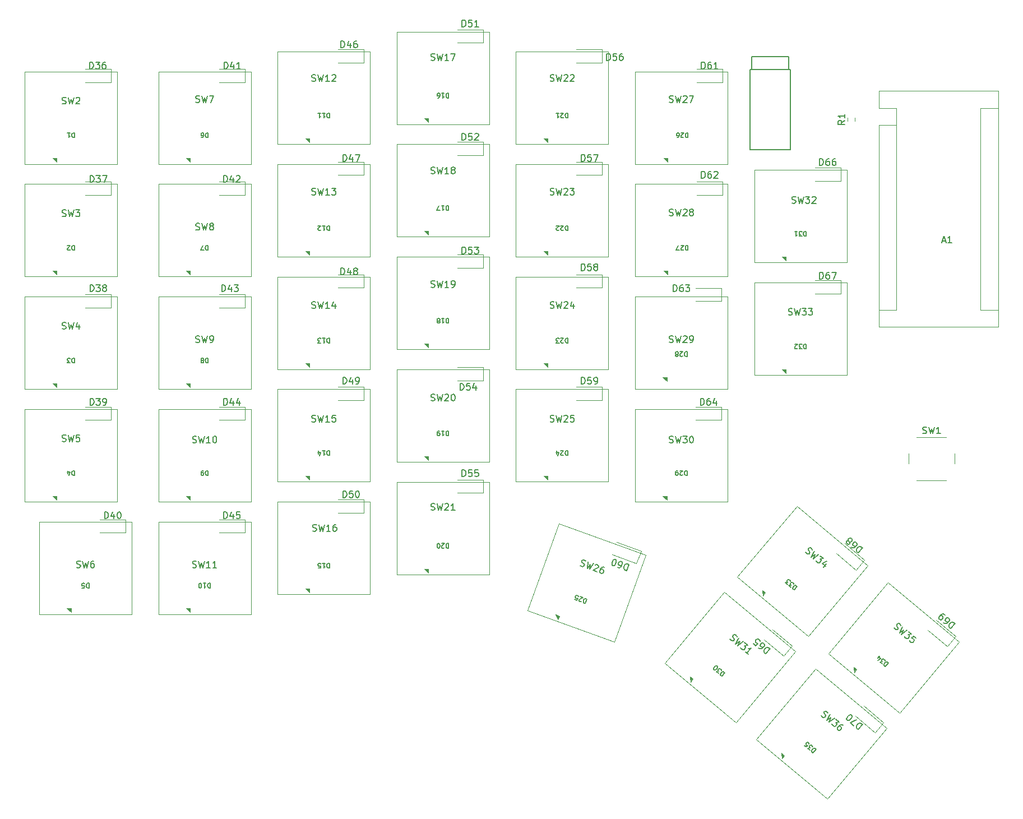
<source format=gbr>
%TF.GenerationSoftware,KiCad,Pcbnew,(6.0.5)*%
%TF.CreationDate,2022-05-24T22:08:53+02:00*%
%TF.ProjectId,LPKeyboard,4c504b65-7962-46f6-9172-642e6b696361,rev?*%
%TF.SameCoordinates,Original*%
%TF.FileFunction,Legend,Top*%
%TF.FilePolarity,Positive*%
%FSLAX46Y46*%
G04 Gerber Fmt 4.6, Leading zero omitted, Abs format (unit mm)*
G04 Created by KiCad (PCBNEW (6.0.5)) date 2022-05-24 22:08:53*
%MOMM*%
%LPD*%
G01*
G04 APERTURE LIST*
%ADD10C,0.150000*%
%ADD11C,0.120000*%
%ADD12C,0.100000*%
G04 APERTURE END LIST*
D10*
%TO.C,SW28*%
X137787976Y-75334761D02*
X137930833Y-75382380D01*
X138168928Y-75382380D01*
X138264166Y-75334761D01*
X138311785Y-75287142D01*
X138359404Y-75191904D01*
X138359404Y-75096666D01*
X138311785Y-75001428D01*
X138264166Y-74953809D01*
X138168928Y-74906190D01*
X137978452Y-74858571D01*
X137883214Y-74810952D01*
X137835595Y-74763333D01*
X137787976Y-74668095D01*
X137787976Y-74572857D01*
X137835595Y-74477619D01*
X137883214Y-74430000D01*
X137978452Y-74382380D01*
X138216547Y-74382380D01*
X138359404Y-74430000D01*
X138692738Y-74382380D02*
X138930833Y-75382380D01*
X139121309Y-74668095D01*
X139311785Y-75382380D01*
X139549880Y-74382380D01*
X139883214Y-74477619D02*
X139930833Y-74430000D01*
X140026071Y-74382380D01*
X140264166Y-74382380D01*
X140359404Y-74430000D01*
X140407023Y-74477619D01*
X140454642Y-74572857D01*
X140454642Y-74668095D01*
X140407023Y-74810952D01*
X139835595Y-75382380D01*
X140454642Y-75382380D01*
X141026071Y-74810952D02*
X140930833Y-74763333D01*
X140883214Y-74715714D01*
X140835595Y-74620476D01*
X140835595Y-74572857D01*
X140883214Y-74477619D01*
X140930833Y-74430000D01*
X141026071Y-74382380D01*
X141216547Y-74382380D01*
X141311785Y-74430000D01*
X141359404Y-74477619D01*
X141407023Y-74572857D01*
X141407023Y-74620476D01*
X141359404Y-74715714D01*
X141311785Y-74763333D01*
X141216547Y-74810952D01*
X141026071Y-74810952D01*
X140930833Y-74858571D01*
X140883214Y-74906190D01*
X140835595Y-75001428D01*
X140835595Y-75191904D01*
X140883214Y-75287142D01*
X140930833Y-75334761D01*
X141026071Y-75382380D01*
X141216547Y-75382380D01*
X141311785Y-75334761D01*
X141359404Y-75287142D01*
X141407023Y-75191904D01*
X141407023Y-75001428D01*
X141359404Y-74906190D01*
X141311785Y-74858571D01*
X141216547Y-74810952D01*
%TO.C,SW31*%
X146961875Y-139264981D02*
X147040701Y-139393286D01*
X147223092Y-139546330D01*
X147326658Y-139571070D01*
X147393745Y-139565201D01*
X147491441Y-139522853D01*
X147552659Y-139449896D01*
X147577399Y-139346331D01*
X147571529Y-139279244D01*
X147529182Y-139181547D01*
X147413877Y-139022633D01*
X147371530Y-138924937D01*
X147365660Y-138857850D01*
X147390400Y-138754284D01*
X147451618Y-138681328D01*
X147549314Y-138638980D01*
X147616401Y-138633111D01*
X147719967Y-138657850D01*
X147902358Y-138810895D01*
X147981184Y-138939200D01*
X148267141Y-139116984D02*
X147806745Y-140036073D01*
X148411793Y-139611334D01*
X148098572Y-140280945D01*
X148923751Y-139667945D01*
X149142621Y-139851599D02*
X149616839Y-140249515D01*
X149116619Y-140327079D01*
X149226054Y-140418905D01*
X149268402Y-140516602D01*
X149274271Y-140583689D01*
X149249532Y-140687254D01*
X149096487Y-140869646D01*
X148998791Y-140911994D01*
X148931703Y-140917863D01*
X148828138Y-140893123D01*
X148609268Y-140709470D01*
X148566920Y-140611774D01*
X148561051Y-140544686D01*
X149703617Y-141627738D02*
X149265878Y-141260431D01*
X149484747Y-141444084D02*
X150127535Y-140678040D01*
X149962752Y-140726257D01*
X149828577Y-140737996D01*
X149725012Y-140713256D01*
%TO.C,D47*%
X88484841Y-67127380D02*
X88484841Y-66127380D01*
X88722936Y-66127380D01*
X88865793Y-66175000D01*
X88961031Y-66270238D01*
X89008650Y-66365476D01*
X89056269Y-66555952D01*
X89056269Y-66698809D01*
X89008650Y-66889285D01*
X88961031Y-66984523D01*
X88865793Y-67079761D01*
X88722936Y-67127380D01*
X88484841Y-67127380D01*
X89913412Y-66460714D02*
X89913412Y-67127380D01*
X89675317Y-66079761D02*
X89437222Y-66794047D01*
X90056269Y-66794047D01*
X90341984Y-66127380D02*
X91008650Y-66127380D01*
X90580079Y-67127380D01*
%TO.C,SW20*%
X101787976Y-103274761D02*
X101930833Y-103322380D01*
X102168928Y-103322380D01*
X102264166Y-103274761D01*
X102311785Y-103227142D01*
X102359404Y-103131904D01*
X102359404Y-103036666D01*
X102311785Y-102941428D01*
X102264166Y-102893809D01*
X102168928Y-102846190D01*
X101978452Y-102798571D01*
X101883214Y-102750952D01*
X101835595Y-102703333D01*
X101787976Y-102608095D01*
X101787976Y-102512857D01*
X101835595Y-102417619D01*
X101883214Y-102370000D01*
X101978452Y-102322380D01*
X102216547Y-102322380D01*
X102359404Y-102370000D01*
X102692738Y-102322380D02*
X102930833Y-103322380D01*
X103121309Y-102608095D01*
X103311785Y-103322380D01*
X103549880Y-102322380D01*
X103883214Y-102417619D02*
X103930833Y-102370000D01*
X104026071Y-102322380D01*
X104264166Y-102322380D01*
X104359404Y-102370000D01*
X104407023Y-102417619D01*
X104454642Y-102512857D01*
X104454642Y-102608095D01*
X104407023Y-102750952D01*
X103835595Y-103322380D01*
X104454642Y-103322380D01*
X105073690Y-102322380D02*
X105168928Y-102322380D01*
X105264166Y-102370000D01*
X105311785Y-102417619D01*
X105359404Y-102512857D01*
X105407023Y-102703333D01*
X105407023Y-102941428D01*
X105359404Y-103131904D01*
X105311785Y-103227142D01*
X105264166Y-103274761D01*
X105168928Y-103322380D01*
X105073690Y-103322380D01*
X104978452Y-103274761D01*
X104930833Y-103227142D01*
X104883214Y-103131904D01*
X104835595Y-102941428D01*
X104835595Y-102703333D01*
X104883214Y-102512857D01*
X104930833Y-102417619D01*
X104978452Y-102370000D01*
X105073690Y-102322380D01*
%TO.C,D11*%
X86447500Y-59863133D02*
X86447500Y-60563133D01*
X86280833Y-60563133D01*
X86180833Y-60529800D01*
X86114166Y-60463133D01*
X86080833Y-60396466D01*
X86047500Y-60263133D01*
X86047500Y-60163133D01*
X86080833Y-60029800D01*
X86114166Y-59963133D01*
X86180833Y-59896466D01*
X86280833Y-59863133D01*
X86447500Y-59863133D01*
X85380833Y-59863133D02*
X85780833Y-59863133D01*
X85580833Y-59863133D02*
X85580833Y-60563133D01*
X85647500Y-60463133D01*
X85714166Y-60396466D01*
X85780833Y-60363133D01*
X84714166Y-59863133D02*
X85114166Y-59863133D01*
X84914166Y-59863133D02*
X84914166Y-60563133D01*
X84980833Y-60463133D01*
X85047500Y-60396466D01*
X85114166Y-60363133D01*
%TO.C,SW17*%
X101787976Y-51839761D02*
X101930833Y-51887380D01*
X102168928Y-51887380D01*
X102264166Y-51839761D01*
X102311785Y-51792142D01*
X102359404Y-51696904D01*
X102359404Y-51601666D01*
X102311785Y-51506428D01*
X102264166Y-51458809D01*
X102168928Y-51411190D01*
X101978452Y-51363571D01*
X101883214Y-51315952D01*
X101835595Y-51268333D01*
X101787976Y-51173095D01*
X101787976Y-51077857D01*
X101835595Y-50982619D01*
X101883214Y-50935000D01*
X101978452Y-50887380D01*
X102216547Y-50887380D01*
X102359404Y-50935000D01*
X102692738Y-50887380D02*
X102930833Y-51887380D01*
X103121309Y-51173095D01*
X103311785Y-51887380D01*
X103549880Y-50887380D01*
X104454642Y-51887380D02*
X103883214Y-51887380D01*
X104168928Y-51887380D02*
X104168928Y-50887380D01*
X104073690Y-51030238D01*
X103978452Y-51125476D01*
X103883214Y-51173095D01*
X104787976Y-50887380D02*
X105454642Y-50887380D01*
X105026071Y-51887380D01*
%TO.C,D70*%
X166955981Y-152198983D02*
X166313194Y-152965028D01*
X166130802Y-152811983D01*
X166051976Y-152683678D01*
X166040237Y-152549504D01*
X166064977Y-152445938D01*
X166150934Y-152269416D01*
X166242761Y-152159981D01*
X166401675Y-152044677D01*
X166499371Y-152002329D01*
X166633546Y-151990590D01*
X166773590Y-152045939D01*
X166955981Y-152198983D01*
X165620106Y-152383458D02*
X165109409Y-151954933D01*
X166080502Y-151464369D01*
X164671670Y-151587626D02*
X164598713Y-151526408D01*
X164556365Y-151428712D01*
X164550496Y-151361625D01*
X164575236Y-151258059D01*
X164661193Y-151081537D01*
X164814238Y-150899145D01*
X164973152Y-150783841D01*
X165070848Y-150741493D01*
X165137935Y-150735624D01*
X165241501Y-150760364D01*
X165314457Y-150821581D01*
X165356805Y-150919278D01*
X165362674Y-150986365D01*
X165337935Y-151089930D01*
X165251977Y-151266452D01*
X165098933Y-151448844D01*
X164940019Y-151564148D01*
X164842323Y-151606496D01*
X164775235Y-151612365D01*
X164671670Y-151587626D01*
%TO.C,D28*%
X140447500Y-95906133D02*
X140447500Y-96606133D01*
X140280833Y-96606133D01*
X140180833Y-96572800D01*
X140114166Y-96506133D01*
X140080833Y-96439466D01*
X140047500Y-96306133D01*
X140047500Y-96206133D01*
X140080833Y-96072800D01*
X140114166Y-96006133D01*
X140180833Y-95939466D01*
X140280833Y-95906133D01*
X140447500Y-95906133D01*
X139780833Y-96539466D02*
X139747500Y-96572800D01*
X139680833Y-96606133D01*
X139514166Y-96606133D01*
X139447500Y-96572800D01*
X139414166Y-96539466D01*
X139380833Y-96472800D01*
X139380833Y-96406133D01*
X139414166Y-96306133D01*
X139814166Y-95906133D01*
X139380833Y-95906133D01*
X138980833Y-96306133D02*
X139047500Y-96339466D01*
X139080833Y-96372800D01*
X139114166Y-96439466D01*
X139114166Y-96472800D01*
X139080833Y-96539466D01*
X139047500Y-96572800D01*
X138980833Y-96606133D01*
X138847500Y-96606133D01*
X138780833Y-96572800D01*
X138747500Y-96539466D01*
X138714166Y-96472800D01*
X138714166Y-96439466D01*
X138747500Y-96372800D01*
X138780833Y-96339466D01*
X138847500Y-96306133D01*
X138980833Y-96306133D01*
X139047500Y-96272800D01*
X139080833Y-96239466D01*
X139114166Y-96172800D01*
X139114166Y-96039466D01*
X139080833Y-95972800D01*
X139047500Y-95939466D01*
X138980833Y-95906133D01*
X138847500Y-95906133D01*
X138780833Y-95939466D01*
X138747500Y-95972800D01*
X138714166Y-96039466D01*
X138714166Y-96172800D01*
X138747500Y-96239466D01*
X138780833Y-96272800D01*
X138847500Y-96306133D01*
%TO.C,D60*%
X131662606Y-128021763D02*
X131320586Y-128961455D01*
X131096850Y-128880022D01*
X130978895Y-128786415D01*
X130921973Y-128664347D01*
X130909800Y-128558566D01*
X130930199Y-128363290D01*
X130979059Y-128229048D01*
X131088953Y-128066346D01*
X131166274Y-127993138D01*
X131288341Y-127936217D01*
X131438870Y-127940329D01*
X131662606Y-128021763D01*
X129978168Y-128472855D02*
X130157157Y-128538002D01*
X130262938Y-128525828D01*
X130323972Y-128497367D01*
X130462327Y-128395699D01*
X130572221Y-128232996D01*
X130702514Y-127875018D01*
X130690340Y-127769237D01*
X130661880Y-127708203D01*
X130588672Y-127630882D01*
X130409683Y-127565736D01*
X130303902Y-127577910D01*
X130242868Y-127606370D01*
X130165547Y-127679578D01*
X130084114Y-127903314D01*
X130096288Y-128009096D01*
X130124748Y-128070130D01*
X130197956Y-128147450D01*
X130376945Y-128212597D01*
X130482726Y-128200423D01*
X130543760Y-128171962D01*
X130621081Y-128098755D01*
X129306959Y-128228555D02*
X129217465Y-128195982D01*
X129144257Y-128118661D01*
X129115796Y-128057627D01*
X129103622Y-127951846D01*
X129124022Y-127756570D01*
X129205455Y-127532834D01*
X129315349Y-127370131D01*
X129392669Y-127296923D01*
X129453703Y-127268463D01*
X129559485Y-127256289D01*
X129648979Y-127288862D01*
X129722187Y-127366183D01*
X129750648Y-127427217D01*
X129762822Y-127532998D01*
X129742422Y-127728274D01*
X129660989Y-127952010D01*
X129551095Y-128114713D01*
X129473774Y-128187920D01*
X129412740Y-128216381D01*
X129306959Y-128228555D01*
%TO.C,D3*%
X47926666Y-96863133D02*
X47926666Y-97563133D01*
X47760000Y-97563133D01*
X47660000Y-97529800D01*
X47593333Y-97463133D01*
X47560000Y-97396466D01*
X47526666Y-97263133D01*
X47526666Y-97163133D01*
X47560000Y-97029800D01*
X47593333Y-96963133D01*
X47660000Y-96896466D01*
X47760000Y-96863133D01*
X47926666Y-96863133D01*
X47293333Y-97563133D02*
X46860000Y-97563133D01*
X47093333Y-97296466D01*
X46993333Y-97296466D01*
X46926666Y-97263133D01*
X46893333Y-97229800D01*
X46860000Y-97163133D01*
X46860000Y-96996466D01*
X46893333Y-96929800D01*
X46926666Y-96896466D01*
X46993333Y-96863133D01*
X47193333Y-96863133D01*
X47260000Y-96896466D01*
X47293333Y-96929800D01*
%TO.C,D39*%
X50297341Y-103957380D02*
X50297341Y-102957380D01*
X50535436Y-102957380D01*
X50678293Y-103005000D01*
X50773531Y-103100238D01*
X50821150Y-103195476D01*
X50868769Y-103385952D01*
X50868769Y-103528809D01*
X50821150Y-103719285D01*
X50773531Y-103814523D01*
X50678293Y-103909761D01*
X50535436Y-103957380D01*
X50297341Y-103957380D01*
X51202103Y-102957380D02*
X51821150Y-102957380D01*
X51487817Y-103338333D01*
X51630674Y-103338333D01*
X51725912Y-103385952D01*
X51773531Y-103433571D01*
X51821150Y-103528809D01*
X51821150Y-103766904D01*
X51773531Y-103862142D01*
X51725912Y-103909761D01*
X51630674Y-103957380D01*
X51344960Y-103957380D01*
X51249722Y-103909761D01*
X51202103Y-103862142D01*
X52297341Y-103957380D02*
X52487817Y-103957380D01*
X52583055Y-103909761D01*
X52630674Y-103862142D01*
X52725912Y-103719285D01*
X52773531Y-103528809D01*
X52773531Y-103147857D01*
X52725912Y-103052619D01*
X52678293Y-103005000D01*
X52583055Y-102957380D01*
X52392579Y-102957380D01*
X52297341Y-103005000D01*
X52249722Y-103052619D01*
X52202103Y-103147857D01*
X52202103Y-103385952D01*
X52249722Y-103481190D01*
X52297341Y-103528809D01*
X52392579Y-103576428D01*
X52583055Y-103576428D01*
X52678293Y-103528809D01*
X52725912Y-103481190D01*
X52773531Y-103385952D01*
%TO.C,SW8*%
X66264166Y-77469161D02*
X66407023Y-77516780D01*
X66645119Y-77516780D01*
X66740357Y-77469161D01*
X66787976Y-77421542D01*
X66835595Y-77326304D01*
X66835595Y-77231066D01*
X66787976Y-77135828D01*
X66740357Y-77088209D01*
X66645119Y-77040590D01*
X66454642Y-76992971D01*
X66359404Y-76945352D01*
X66311785Y-76897733D01*
X66264166Y-76802495D01*
X66264166Y-76707257D01*
X66311785Y-76612019D01*
X66359404Y-76564400D01*
X66454642Y-76516780D01*
X66692738Y-76516780D01*
X66835595Y-76564400D01*
X67168928Y-76516780D02*
X67407023Y-77516780D01*
X67597500Y-76802495D01*
X67787976Y-77516780D01*
X68026071Y-76516780D01*
X68549880Y-76945352D02*
X68454642Y-76897733D01*
X68407023Y-76850114D01*
X68359404Y-76754876D01*
X68359404Y-76707257D01*
X68407023Y-76612019D01*
X68454642Y-76564400D01*
X68549880Y-76516780D01*
X68740357Y-76516780D01*
X68835595Y-76564400D01*
X68883214Y-76612019D01*
X68930833Y-76707257D01*
X68930833Y-76754876D01*
X68883214Y-76850114D01*
X68835595Y-76897733D01*
X68740357Y-76945352D01*
X68549880Y-76945352D01*
X68454642Y-76992971D01*
X68407023Y-77040590D01*
X68359404Y-77135828D01*
X68359404Y-77326304D01*
X68407023Y-77421542D01*
X68454642Y-77469161D01*
X68549880Y-77516780D01*
X68740357Y-77516780D01*
X68835595Y-77469161D01*
X68883214Y-77421542D01*
X68930833Y-77326304D01*
X68930833Y-77135828D01*
X68883214Y-77040590D01*
X68835595Y-76992971D01*
X68740357Y-76945352D01*
%TO.C,D31*%
X158447500Y-77738133D02*
X158447500Y-78438133D01*
X158280833Y-78438133D01*
X158180833Y-78404800D01*
X158114166Y-78338133D01*
X158080833Y-78271466D01*
X158047500Y-78138133D01*
X158047500Y-78038133D01*
X158080833Y-77904800D01*
X158114166Y-77838133D01*
X158180833Y-77771466D01*
X158280833Y-77738133D01*
X158447500Y-77738133D01*
X157814166Y-78438133D02*
X157380833Y-78438133D01*
X157614166Y-78171466D01*
X157514166Y-78171466D01*
X157447500Y-78138133D01*
X157414166Y-78104800D01*
X157380833Y-78038133D01*
X157380833Y-77871466D01*
X157414166Y-77804800D01*
X157447500Y-77771466D01*
X157514166Y-77738133D01*
X157714166Y-77738133D01*
X157780833Y-77771466D01*
X157814166Y-77804800D01*
X156714166Y-77738133D02*
X157114166Y-77738133D01*
X156914166Y-77738133D02*
X156914166Y-78438133D01*
X156980833Y-78338133D01*
X157047500Y-78271466D01*
X157114166Y-78238133D01*
%TO.C,A1*%
X179000714Y-79149166D02*
X179476904Y-79149166D01*
X178905476Y-79434880D02*
X179238809Y-78434880D01*
X179572142Y-79434880D01*
X180429285Y-79434880D02*
X179857857Y-79434880D01*
X180143571Y-79434880D02*
X180143571Y-78434880D01*
X180048333Y-78577738D01*
X179953095Y-78672976D01*
X179857857Y-78720595D01*
%TO.C,D37*%
X50297341Y-70302380D02*
X50297341Y-69302380D01*
X50535436Y-69302380D01*
X50678293Y-69350000D01*
X50773531Y-69445238D01*
X50821150Y-69540476D01*
X50868769Y-69730952D01*
X50868769Y-69873809D01*
X50821150Y-70064285D01*
X50773531Y-70159523D01*
X50678293Y-70254761D01*
X50535436Y-70302380D01*
X50297341Y-70302380D01*
X51202103Y-69302380D02*
X51821150Y-69302380D01*
X51487817Y-69683333D01*
X51630674Y-69683333D01*
X51725912Y-69730952D01*
X51773531Y-69778571D01*
X51821150Y-69873809D01*
X51821150Y-70111904D01*
X51773531Y-70207142D01*
X51725912Y-70254761D01*
X51630674Y-70302380D01*
X51344960Y-70302380D01*
X51249722Y-70254761D01*
X51202103Y-70207142D01*
X52154484Y-69302380D02*
X52821150Y-69302380D01*
X52392579Y-70302380D01*
%TO.C,D65*%
X152985981Y-140768983D02*
X152343194Y-141535028D01*
X152160802Y-141381983D01*
X152081976Y-141253678D01*
X152070237Y-141119504D01*
X152094977Y-141015938D01*
X152180934Y-140839416D01*
X152272761Y-140729981D01*
X152431675Y-140614677D01*
X152529371Y-140572329D01*
X152663546Y-140560590D01*
X152803590Y-140615939D01*
X152985981Y-140768983D01*
X151248844Y-140616760D02*
X151394758Y-140739196D01*
X151498323Y-140763935D01*
X151565410Y-140758066D01*
X151730194Y-140709849D01*
X151889108Y-140594544D01*
X152133979Y-140302718D01*
X152158719Y-140199152D01*
X152152850Y-140132065D01*
X152110502Y-140034369D01*
X151964589Y-139911933D01*
X151861023Y-139887194D01*
X151793936Y-139893063D01*
X151696240Y-139935411D01*
X151543195Y-140117802D01*
X151518455Y-140221368D01*
X151524325Y-140288455D01*
X151566672Y-140386151D01*
X151712586Y-140508587D01*
X151816151Y-140533327D01*
X151883238Y-140527457D01*
X151980935Y-140485109D01*
X150482800Y-139973972D02*
X150847583Y-140280062D01*
X151190151Y-139945887D01*
X151123063Y-139951757D01*
X151019498Y-139927017D01*
X150837106Y-139773973D01*
X150794759Y-139676276D01*
X150788889Y-139609189D01*
X150813629Y-139505624D01*
X150966674Y-139323232D01*
X151064370Y-139280884D01*
X151131457Y-139275015D01*
X151235022Y-139299755D01*
X151417414Y-139452799D01*
X151459762Y-139550495D01*
X151465631Y-139617583D01*
%TO.C,SW19*%
X101787976Y-86129761D02*
X101930833Y-86177380D01*
X102168928Y-86177380D01*
X102264166Y-86129761D01*
X102311785Y-86082142D01*
X102359404Y-85986904D01*
X102359404Y-85891666D01*
X102311785Y-85796428D01*
X102264166Y-85748809D01*
X102168928Y-85701190D01*
X101978452Y-85653571D01*
X101883214Y-85605952D01*
X101835595Y-85558333D01*
X101787976Y-85463095D01*
X101787976Y-85367857D01*
X101835595Y-85272619D01*
X101883214Y-85225000D01*
X101978452Y-85177380D01*
X102216547Y-85177380D01*
X102359404Y-85225000D01*
X102692738Y-85177380D02*
X102930833Y-86177380D01*
X103121309Y-85463095D01*
X103311785Y-86177380D01*
X103549880Y-85177380D01*
X104454642Y-86177380D02*
X103883214Y-86177380D01*
X104168928Y-86177380D02*
X104168928Y-85177380D01*
X104073690Y-85320238D01*
X103978452Y-85415476D01*
X103883214Y-85463095D01*
X104930833Y-86177380D02*
X105121309Y-86177380D01*
X105216547Y-86129761D01*
X105264166Y-86082142D01*
X105359404Y-85939285D01*
X105407023Y-85748809D01*
X105407023Y-85367857D01*
X105359404Y-85272619D01*
X105311785Y-85225000D01*
X105216547Y-85177380D01*
X105026071Y-85177380D01*
X104930833Y-85225000D01*
X104883214Y-85272619D01*
X104835595Y-85367857D01*
X104835595Y-85605952D01*
X104883214Y-85701190D01*
X104930833Y-85748809D01*
X105026071Y-85796428D01*
X105216547Y-85796428D01*
X105311785Y-85748809D01*
X105359404Y-85701190D01*
X105407023Y-85605952D01*
%TO.C,D29*%
X140447500Y-113863133D02*
X140447500Y-114563133D01*
X140280833Y-114563133D01*
X140180833Y-114529800D01*
X140114166Y-114463133D01*
X140080833Y-114396466D01*
X140047500Y-114263133D01*
X140047500Y-114163133D01*
X140080833Y-114029800D01*
X140114166Y-113963133D01*
X140180833Y-113896466D01*
X140280833Y-113863133D01*
X140447500Y-113863133D01*
X139780833Y-114496466D02*
X139747500Y-114529800D01*
X139680833Y-114563133D01*
X139514166Y-114563133D01*
X139447500Y-114529800D01*
X139414166Y-114496466D01*
X139380833Y-114429800D01*
X139380833Y-114363133D01*
X139414166Y-114263133D01*
X139814166Y-113863133D01*
X139380833Y-113863133D01*
X139047500Y-113863133D02*
X138914166Y-113863133D01*
X138847500Y-113896466D01*
X138814166Y-113929800D01*
X138747500Y-114029800D01*
X138714166Y-114163133D01*
X138714166Y-114429800D01*
X138747500Y-114496466D01*
X138780833Y-114529800D01*
X138847500Y-114563133D01*
X138980833Y-114563133D01*
X139047500Y-114529800D01*
X139080833Y-114496466D01*
X139114166Y-114429800D01*
X139114166Y-114263133D01*
X139080833Y-114196466D01*
X139047500Y-114163133D01*
X138980833Y-114129800D01*
X138847500Y-114129800D01*
X138780833Y-114163133D01*
X138747500Y-114196466D01*
X138714166Y-114263133D01*
%TO.C,D49*%
X88484841Y-100782380D02*
X88484841Y-99782380D01*
X88722936Y-99782380D01*
X88865793Y-99830000D01*
X88961031Y-99925238D01*
X89008650Y-100020476D01*
X89056269Y-100210952D01*
X89056269Y-100353809D01*
X89008650Y-100544285D01*
X88961031Y-100639523D01*
X88865793Y-100734761D01*
X88722936Y-100782380D01*
X88484841Y-100782380D01*
X89913412Y-100115714D02*
X89913412Y-100782380D01*
X89675317Y-99734761D02*
X89437222Y-100449047D01*
X90056269Y-100449047D01*
X90484841Y-100782380D02*
X90675317Y-100782380D01*
X90770555Y-100734761D01*
X90818174Y-100687142D01*
X90913412Y-100544285D01*
X90961031Y-100353809D01*
X90961031Y-99972857D01*
X90913412Y-99877619D01*
X90865793Y-99830000D01*
X90770555Y-99782380D01*
X90580079Y-99782380D01*
X90484841Y-99830000D01*
X90437222Y-99877619D01*
X90389603Y-99972857D01*
X90389603Y-100210952D01*
X90437222Y-100306190D01*
X90484841Y-100353809D01*
X90580079Y-100401428D01*
X90770555Y-100401428D01*
X90865793Y-100353809D01*
X90913412Y-100306190D01*
X90961031Y-100210952D01*
%TO.C,D44*%
X70484841Y-103957380D02*
X70484841Y-102957380D01*
X70722936Y-102957380D01*
X70865793Y-103005000D01*
X70961031Y-103100238D01*
X71008650Y-103195476D01*
X71056269Y-103385952D01*
X71056269Y-103528809D01*
X71008650Y-103719285D01*
X70961031Y-103814523D01*
X70865793Y-103909761D01*
X70722936Y-103957380D01*
X70484841Y-103957380D01*
X71913412Y-103290714D02*
X71913412Y-103957380D01*
X71675317Y-102909761D02*
X71437222Y-103624047D01*
X72056269Y-103624047D01*
X72865793Y-103290714D02*
X72865793Y-103957380D01*
X72627698Y-102909761D02*
X72389603Y-103624047D01*
X73008650Y-103624047D01*
%TO.C,D40*%
X52484841Y-121102380D02*
X52484841Y-120102380D01*
X52722936Y-120102380D01*
X52865793Y-120150000D01*
X52961031Y-120245238D01*
X53008650Y-120340476D01*
X53056269Y-120530952D01*
X53056269Y-120673809D01*
X53008650Y-120864285D01*
X52961031Y-120959523D01*
X52865793Y-121054761D01*
X52722936Y-121102380D01*
X52484841Y-121102380D01*
X53913412Y-120435714D02*
X53913412Y-121102380D01*
X53675317Y-120054761D02*
X53437222Y-120769047D01*
X54056269Y-120769047D01*
X54627698Y-120102380D02*
X54722936Y-120102380D01*
X54818174Y-120150000D01*
X54865793Y-120197619D01*
X54913412Y-120292857D01*
X54961031Y-120483333D01*
X54961031Y-120721428D01*
X54913412Y-120911904D01*
X54865793Y-121007142D01*
X54818174Y-121054761D01*
X54722936Y-121102380D01*
X54627698Y-121102380D01*
X54532460Y-121054761D01*
X54484841Y-121007142D01*
X54437222Y-120911904D01*
X54389603Y-120721428D01*
X54389603Y-120483333D01*
X54437222Y-120292857D01*
X54484841Y-120197619D01*
X54532460Y-120150000D01*
X54627698Y-120102380D01*
%TO.C,SW21*%
X101787976Y-119784761D02*
X101930833Y-119832380D01*
X102168928Y-119832380D01*
X102264166Y-119784761D01*
X102311785Y-119737142D01*
X102359404Y-119641904D01*
X102359404Y-119546666D01*
X102311785Y-119451428D01*
X102264166Y-119403809D01*
X102168928Y-119356190D01*
X101978452Y-119308571D01*
X101883214Y-119260952D01*
X101835595Y-119213333D01*
X101787976Y-119118095D01*
X101787976Y-119022857D01*
X101835595Y-118927619D01*
X101883214Y-118880000D01*
X101978452Y-118832380D01*
X102216547Y-118832380D01*
X102359404Y-118880000D01*
X102692738Y-118832380D02*
X102930833Y-119832380D01*
X103121309Y-119118095D01*
X103311785Y-119832380D01*
X103549880Y-118832380D01*
X103883214Y-118927619D02*
X103930833Y-118880000D01*
X104026071Y-118832380D01*
X104264166Y-118832380D01*
X104359404Y-118880000D01*
X104407023Y-118927619D01*
X104454642Y-119022857D01*
X104454642Y-119118095D01*
X104407023Y-119260952D01*
X103835595Y-119832380D01*
X104454642Y-119832380D01*
X105407023Y-119832380D02*
X104835595Y-119832380D01*
X105121309Y-119832380D02*
X105121309Y-118832380D01*
X105026071Y-118975238D01*
X104930833Y-119070476D01*
X104835595Y-119118095D01*
%TO.C,D46*%
X88184841Y-49982380D02*
X88184841Y-48982380D01*
X88422936Y-48982380D01*
X88565793Y-49030000D01*
X88661031Y-49125238D01*
X88708650Y-49220476D01*
X88756269Y-49410952D01*
X88756269Y-49553809D01*
X88708650Y-49744285D01*
X88661031Y-49839523D01*
X88565793Y-49934761D01*
X88422936Y-49982380D01*
X88184841Y-49982380D01*
X89613412Y-49315714D02*
X89613412Y-49982380D01*
X89375317Y-48934761D02*
X89137222Y-49649047D01*
X89756269Y-49649047D01*
X90565793Y-48982380D02*
X90375317Y-48982380D01*
X90280079Y-49030000D01*
X90232460Y-49077619D01*
X90137222Y-49220476D01*
X90089603Y-49410952D01*
X90089603Y-49791904D01*
X90137222Y-49887142D01*
X90184841Y-49934761D01*
X90280079Y-49982380D01*
X90470555Y-49982380D01*
X90565793Y-49934761D01*
X90613412Y-49887142D01*
X90661031Y-49791904D01*
X90661031Y-49553809D01*
X90613412Y-49458571D01*
X90565793Y-49410952D01*
X90470555Y-49363333D01*
X90280079Y-49363333D01*
X90184841Y-49410952D01*
X90137222Y-49458571D01*
X90089603Y-49553809D01*
%TO.C,SW23*%
X119787976Y-72159761D02*
X119930833Y-72207380D01*
X120168928Y-72207380D01*
X120264166Y-72159761D01*
X120311785Y-72112142D01*
X120359404Y-72016904D01*
X120359404Y-71921666D01*
X120311785Y-71826428D01*
X120264166Y-71778809D01*
X120168928Y-71731190D01*
X119978452Y-71683571D01*
X119883214Y-71635952D01*
X119835595Y-71588333D01*
X119787976Y-71493095D01*
X119787976Y-71397857D01*
X119835595Y-71302619D01*
X119883214Y-71255000D01*
X119978452Y-71207380D01*
X120216547Y-71207380D01*
X120359404Y-71255000D01*
X120692738Y-71207380D02*
X120930833Y-72207380D01*
X121121309Y-71493095D01*
X121311785Y-72207380D01*
X121549880Y-71207380D01*
X121883214Y-71302619D02*
X121930833Y-71255000D01*
X122026071Y-71207380D01*
X122264166Y-71207380D01*
X122359404Y-71255000D01*
X122407023Y-71302619D01*
X122454642Y-71397857D01*
X122454642Y-71493095D01*
X122407023Y-71635952D01*
X121835595Y-72207380D01*
X122454642Y-72207380D01*
X122787976Y-71207380D02*
X123407023Y-71207380D01*
X123073690Y-71588333D01*
X123216547Y-71588333D01*
X123311785Y-71635952D01*
X123359404Y-71683571D01*
X123407023Y-71778809D01*
X123407023Y-72016904D01*
X123359404Y-72112142D01*
X123311785Y-72159761D01*
X123216547Y-72207380D01*
X122930833Y-72207380D01*
X122835595Y-72159761D01*
X122787976Y-72112142D01*
%TO.C,D12*%
X86447500Y-76863133D02*
X86447500Y-77563133D01*
X86280833Y-77563133D01*
X86180833Y-77529800D01*
X86114166Y-77463133D01*
X86080833Y-77396466D01*
X86047500Y-77263133D01*
X86047500Y-77163133D01*
X86080833Y-77029800D01*
X86114166Y-76963133D01*
X86180833Y-76896466D01*
X86280833Y-76863133D01*
X86447500Y-76863133D01*
X85380833Y-76863133D02*
X85780833Y-76863133D01*
X85580833Y-76863133D02*
X85580833Y-77563133D01*
X85647500Y-77463133D01*
X85714166Y-77396466D01*
X85780833Y-77363133D01*
X85114166Y-77496466D02*
X85080833Y-77529800D01*
X85014166Y-77563133D01*
X84847500Y-77563133D01*
X84780833Y-77529800D01*
X84747500Y-77496466D01*
X84714166Y-77429800D01*
X84714166Y-77363133D01*
X84747500Y-77263133D01*
X85147500Y-76863133D01*
X84714166Y-76863133D01*
%TO.C,SW2*%
X46076666Y-58429161D02*
X46219523Y-58476780D01*
X46457619Y-58476780D01*
X46552857Y-58429161D01*
X46600476Y-58381542D01*
X46648095Y-58286304D01*
X46648095Y-58191066D01*
X46600476Y-58095828D01*
X46552857Y-58048209D01*
X46457619Y-58000590D01*
X46267142Y-57952971D01*
X46171904Y-57905352D01*
X46124285Y-57857733D01*
X46076666Y-57762495D01*
X46076666Y-57667257D01*
X46124285Y-57572019D01*
X46171904Y-57524400D01*
X46267142Y-57476780D01*
X46505238Y-57476780D01*
X46648095Y-57524400D01*
X46981428Y-57476780D02*
X47219523Y-58476780D01*
X47410000Y-57762495D01*
X47600476Y-58476780D01*
X47838571Y-57476780D01*
X48171904Y-57572019D02*
X48219523Y-57524400D01*
X48314761Y-57476780D01*
X48552857Y-57476780D01*
X48648095Y-57524400D01*
X48695714Y-57572019D01*
X48743333Y-57667257D01*
X48743333Y-57762495D01*
X48695714Y-57905352D01*
X48124285Y-58476780D01*
X48743333Y-58476780D01*
%TO.C,D9*%
X68114166Y-113863133D02*
X68114166Y-114563133D01*
X67947500Y-114563133D01*
X67847500Y-114529800D01*
X67780833Y-114463133D01*
X67747500Y-114396466D01*
X67714166Y-114263133D01*
X67714166Y-114163133D01*
X67747500Y-114029800D01*
X67780833Y-113963133D01*
X67847500Y-113896466D01*
X67947500Y-113863133D01*
X68114166Y-113863133D01*
X67380833Y-113863133D02*
X67247500Y-113863133D01*
X67180833Y-113896466D01*
X67147500Y-113929800D01*
X67080833Y-114029800D01*
X67047500Y-114163133D01*
X67047500Y-114429800D01*
X67080833Y-114496466D01*
X67114166Y-114529800D01*
X67180833Y-114563133D01*
X67314166Y-114563133D01*
X67380833Y-114529800D01*
X67414166Y-114496466D01*
X67447500Y-114429800D01*
X67447500Y-114263133D01*
X67414166Y-114196466D01*
X67380833Y-114163133D01*
X67314166Y-114129800D01*
X67180833Y-114129800D01*
X67114166Y-114163133D01*
X67080833Y-114196466D01*
X67047500Y-114263133D01*
%TO.C,D6*%
X68114166Y-62863133D02*
X68114166Y-63563133D01*
X67947500Y-63563133D01*
X67847500Y-63529800D01*
X67780833Y-63463133D01*
X67747500Y-63396466D01*
X67714166Y-63263133D01*
X67714166Y-63163133D01*
X67747500Y-63029800D01*
X67780833Y-62963133D01*
X67847500Y-62896466D01*
X67947500Y-62863133D01*
X68114166Y-62863133D01*
X67114166Y-63563133D02*
X67247500Y-63563133D01*
X67314166Y-63529800D01*
X67347500Y-63496466D01*
X67414166Y-63396466D01*
X67447500Y-63263133D01*
X67447500Y-62996466D01*
X67414166Y-62929800D01*
X67380833Y-62896466D01*
X67314166Y-62863133D01*
X67180833Y-62863133D01*
X67114166Y-62896466D01*
X67080833Y-62929800D01*
X67047500Y-62996466D01*
X67047500Y-63163133D01*
X67080833Y-63229800D01*
X67114166Y-63263133D01*
X67180833Y-63296466D01*
X67314166Y-63296466D01*
X67380833Y-63263133D01*
X67414166Y-63229800D01*
X67447500Y-63163133D01*
%TO.C,SW3*%
X46076666Y-75429161D02*
X46219523Y-75476780D01*
X46457619Y-75476780D01*
X46552857Y-75429161D01*
X46600476Y-75381542D01*
X46648095Y-75286304D01*
X46648095Y-75191066D01*
X46600476Y-75095828D01*
X46552857Y-75048209D01*
X46457619Y-75000590D01*
X46267142Y-74952971D01*
X46171904Y-74905352D01*
X46124285Y-74857733D01*
X46076666Y-74762495D01*
X46076666Y-74667257D01*
X46124285Y-74572019D01*
X46171904Y-74524400D01*
X46267142Y-74476780D01*
X46505238Y-74476780D01*
X46648095Y-74524400D01*
X46981428Y-74476780D02*
X47219523Y-75476780D01*
X47410000Y-74762495D01*
X47600476Y-75476780D01*
X47838571Y-74476780D01*
X48124285Y-74476780D02*
X48743333Y-74476780D01*
X48410000Y-74857733D01*
X48552857Y-74857733D01*
X48648095Y-74905352D01*
X48695714Y-74952971D01*
X48743333Y-75048209D01*
X48743333Y-75286304D01*
X48695714Y-75381542D01*
X48648095Y-75429161D01*
X48552857Y-75476780D01*
X48267142Y-75476780D01*
X48171904Y-75429161D01*
X48124285Y-75381542D01*
%TO.C,D18*%
X104447500Y-90863133D02*
X104447500Y-91563133D01*
X104280833Y-91563133D01*
X104180833Y-91529800D01*
X104114166Y-91463133D01*
X104080833Y-91396466D01*
X104047500Y-91263133D01*
X104047500Y-91163133D01*
X104080833Y-91029800D01*
X104114166Y-90963133D01*
X104180833Y-90896466D01*
X104280833Y-90863133D01*
X104447500Y-90863133D01*
X103380833Y-90863133D02*
X103780833Y-90863133D01*
X103580833Y-90863133D02*
X103580833Y-91563133D01*
X103647500Y-91463133D01*
X103714166Y-91396466D01*
X103780833Y-91363133D01*
X102980833Y-91263133D02*
X103047500Y-91296466D01*
X103080833Y-91329800D01*
X103114166Y-91396466D01*
X103114166Y-91429800D01*
X103080833Y-91496466D01*
X103047500Y-91529800D01*
X102980833Y-91563133D01*
X102847500Y-91563133D01*
X102780833Y-91529800D01*
X102747500Y-91496466D01*
X102714166Y-91429800D01*
X102714166Y-91396466D01*
X102747500Y-91329800D01*
X102780833Y-91296466D01*
X102847500Y-91263133D01*
X102980833Y-91263133D01*
X103047500Y-91229800D01*
X103080833Y-91196466D01*
X103114166Y-91129800D01*
X103114166Y-90996466D01*
X103080833Y-90929800D01*
X103047500Y-90896466D01*
X102980833Y-90863133D01*
X102847500Y-90863133D01*
X102780833Y-90896466D01*
X102747500Y-90929800D01*
X102714166Y-90996466D01*
X102714166Y-91129800D01*
X102747500Y-91196466D01*
X102780833Y-91229800D01*
X102847500Y-91263133D01*
%TO.C,D33*%
X157076476Y-131348352D02*
X156626524Y-131884583D01*
X156498850Y-131777452D01*
X156443672Y-131687638D01*
X156435455Y-131593716D01*
X156452773Y-131521220D01*
X156512943Y-131397655D01*
X156577222Y-131321051D01*
X156688461Y-131240338D01*
X156756849Y-131210694D01*
X156850771Y-131202477D01*
X156948802Y-131241221D01*
X157076476Y-131348352D01*
X156141363Y-131477485D02*
X155809410Y-131198943D01*
X156159564Y-131144648D01*
X156082960Y-131080370D01*
X156053316Y-131011982D01*
X156049208Y-130965021D01*
X156066525Y-130892525D01*
X156173657Y-130764851D01*
X156242044Y-130735208D01*
X156289005Y-130731099D01*
X156361501Y-130748417D01*
X156514710Y-130876975D01*
X156544353Y-130945362D01*
X156548462Y-130992323D01*
X155630667Y-131048959D02*
X155298714Y-130770418D01*
X155648868Y-130716123D01*
X155572263Y-130651845D01*
X155542620Y-130583457D01*
X155538511Y-130536496D01*
X155555829Y-130464000D01*
X155662960Y-130336326D01*
X155731348Y-130306683D01*
X155778309Y-130302574D01*
X155850805Y-130319892D01*
X156004013Y-130448450D01*
X156033657Y-130516837D01*
X156037765Y-130563798D01*
%TO.C,SW16*%
X83915476Y-122959761D02*
X84058333Y-123007380D01*
X84296428Y-123007380D01*
X84391666Y-122959761D01*
X84439285Y-122912142D01*
X84486904Y-122816904D01*
X84486904Y-122721666D01*
X84439285Y-122626428D01*
X84391666Y-122578809D01*
X84296428Y-122531190D01*
X84105952Y-122483571D01*
X84010714Y-122435952D01*
X83963095Y-122388333D01*
X83915476Y-122293095D01*
X83915476Y-122197857D01*
X83963095Y-122102619D01*
X84010714Y-122055000D01*
X84105952Y-122007380D01*
X84344047Y-122007380D01*
X84486904Y-122055000D01*
X84820238Y-122007380D02*
X85058333Y-123007380D01*
X85248809Y-122293095D01*
X85439285Y-123007380D01*
X85677380Y-122007380D01*
X86582142Y-123007380D02*
X86010714Y-123007380D01*
X86296428Y-123007380D02*
X86296428Y-122007380D01*
X86201190Y-122150238D01*
X86105952Y-122245476D01*
X86010714Y-122293095D01*
X87439285Y-122007380D02*
X87248809Y-122007380D01*
X87153571Y-122055000D01*
X87105952Y-122102619D01*
X87010714Y-122245476D01*
X86963095Y-122435952D01*
X86963095Y-122816904D01*
X87010714Y-122912142D01*
X87058333Y-122959761D01*
X87153571Y-123007380D01*
X87344047Y-123007380D01*
X87439285Y-122959761D01*
X87486904Y-122912142D01*
X87534523Y-122816904D01*
X87534523Y-122578809D01*
X87486904Y-122483571D01*
X87439285Y-122435952D01*
X87344047Y-122388333D01*
X87153571Y-122388333D01*
X87058333Y-122435952D01*
X87010714Y-122483571D01*
X86963095Y-122578809D01*
%TO.C,D43*%
X70184841Y-86812380D02*
X70184841Y-85812380D01*
X70422936Y-85812380D01*
X70565793Y-85860000D01*
X70661031Y-85955238D01*
X70708650Y-86050476D01*
X70756269Y-86240952D01*
X70756269Y-86383809D01*
X70708650Y-86574285D01*
X70661031Y-86669523D01*
X70565793Y-86764761D01*
X70422936Y-86812380D01*
X70184841Y-86812380D01*
X71613412Y-86145714D02*
X71613412Y-86812380D01*
X71375317Y-85764761D02*
X71137222Y-86479047D01*
X71756269Y-86479047D01*
X72041984Y-85812380D02*
X72661031Y-85812380D01*
X72327698Y-86193333D01*
X72470555Y-86193333D01*
X72565793Y-86240952D01*
X72613412Y-86288571D01*
X72661031Y-86383809D01*
X72661031Y-86621904D01*
X72613412Y-86717142D01*
X72565793Y-86764761D01*
X72470555Y-86812380D01*
X72184841Y-86812380D01*
X72089603Y-86764761D01*
X72041984Y-86717142D01*
%TO.C,SW7*%
X66264166Y-58189761D02*
X66407023Y-58237380D01*
X66645119Y-58237380D01*
X66740357Y-58189761D01*
X66787976Y-58142142D01*
X66835595Y-58046904D01*
X66835595Y-57951666D01*
X66787976Y-57856428D01*
X66740357Y-57808809D01*
X66645119Y-57761190D01*
X66454642Y-57713571D01*
X66359404Y-57665952D01*
X66311785Y-57618333D01*
X66264166Y-57523095D01*
X66264166Y-57427857D01*
X66311785Y-57332619D01*
X66359404Y-57285000D01*
X66454642Y-57237380D01*
X66692738Y-57237380D01*
X66835595Y-57285000D01*
X67168928Y-57237380D02*
X67407023Y-58237380D01*
X67597500Y-57523095D01*
X67787976Y-58237380D01*
X68026071Y-57237380D01*
X68311785Y-57237380D02*
X68978452Y-57237380D01*
X68549880Y-58237380D01*
%TO.C,SW13*%
X83787976Y-72159761D02*
X83930833Y-72207380D01*
X84168928Y-72207380D01*
X84264166Y-72159761D01*
X84311785Y-72112142D01*
X84359404Y-72016904D01*
X84359404Y-71921666D01*
X84311785Y-71826428D01*
X84264166Y-71778809D01*
X84168928Y-71731190D01*
X83978452Y-71683571D01*
X83883214Y-71635952D01*
X83835595Y-71588333D01*
X83787976Y-71493095D01*
X83787976Y-71397857D01*
X83835595Y-71302619D01*
X83883214Y-71255000D01*
X83978452Y-71207380D01*
X84216547Y-71207380D01*
X84359404Y-71255000D01*
X84692738Y-71207380D02*
X84930833Y-72207380D01*
X85121309Y-71493095D01*
X85311785Y-72207380D01*
X85549880Y-71207380D01*
X86454642Y-72207380D02*
X85883214Y-72207380D01*
X86168928Y-72207380D02*
X86168928Y-71207380D01*
X86073690Y-71350238D01*
X85978452Y-71445476D01*
X85883214Y-71493095D01*
X86787976Y-71207380D02*
X87407023Y-71207380D01*
X87073690Y-71588333D01*
X87216547Y-71588333D01*
X87311785Y-71635952D01*
X87359404Y-71683571D01*
X87407023Y-71778809D01*
X87407023Y-72016904D01*
X87359404Y-72112142D01*
X87311785Y-72159761D01*
X87216547Y-72207380D01*
X86930833Y-72207380D01*
X86835595Y-72159761D01*
X86787976Y-72112142D01*
%TO.C,SW10*%
X65787976Y-109624761D02*
X65930833Y-109672380D01*
X66168928Y-109672380D01*
X66264166Y-109624761D01*
X66311785Y-109577142D01*
X66359404Y-109481904D01*
X66359404Y-109386666D01*
X66311785Y-109291428D01*
X66264166Y-109243809D01*
X66168928Y-109196190D01*
X65978452Y-109148571D01*
X65883214Y-109100952D01*
X65835595Y-109053333D01*
X65787976Y-108958095D01*
X65787976Y-108862857D01*
X65835595Y-108767619D01*
X65883214Y-108720000D01*
X65978452Y-108672380D01*
X66216547Y-108672380D01*
X66359404Y-108720000D01*
X66692738Y-108672380D02*
X66930833Y-109672380D01*
X67121309Y-108958095D01*
X67311785Y-109672380D01*
X67549880Y-108672380D01*
X68454642Y-109672380D02*
X67883214Y-109672380D01*
X68168928Y-109672380D02*
X68168928Y-108672380D01*
X68073690Y-108815238D01*
X67978452Y-108910476D01*
X67883214Y-108958095D01*
X69073690Y-108672380D02*
X69168928Y-108672380D01*
X69264166Y-108720000D01*
X69311785Y-108767619D01*
X69359404Y-108862857D01*
X69407023Y-109053333D01*
X69407023Y-109291428D01*
X69359404Y-109481904D01*
X69311785Y-109577142D01*
X69264166Y-109624761D01*
X69168928Y-109672380D01*
X69073690Y-109672380D01*
X68978452Y-109624761D01*
X68930833Y-109577142D01*
X68883214Y-109481904D01*
X68835595Y-109291428D01*
X68835595Y-109053333D01*
X68883214Y-108862857D01*
X68930833Y-108767619D01*
X68978452Y-108720000D01*
X69073690Y-108672380D01*
%TO.C,D61*%
X142634841Y-53157380D02*
X142634841Y-52157380D01*
X142872936Y-52157380D01*
X143015793Y-52205000D01*
X143111031Y-52300238D01*
X143158650Y-52395476D01*
X143206269Y-52585952D01*
X143206269Y-52728809D01*
X143158650Y-52919285D01*
X143111031Y-53014523D01*
X143015793Y-53109761D01*
X142872936Y-53157380D01*
X142634841Y-53157380D01*
X144063412Y-52157380D02*
X143872936Y-52157380D01*
X143777698Y-52205000D01*
X143730079Y-52252619D01*
X143634841Y-52395476D01*
X143587222Y-52585952D01*
X143587222Y-52966904D01*
X143634841Y-53062142D01*
X143682460Y-53109761D01*
X143777698Y-53157380D01*
X143968174Y-53157380D01*
X144063412Y-53109761D01*
X144111031Y-53062142D01*
X144158650Y-52966904D01*
X144158650Y-52728809D01*
X144111031Y-52633571D01*
X144063412Y-52585952D01*
X143968174Y-52538333D01*
X143777698Y-52538333D01*
X143682460Y-52585952D01*
X143634841Y-52633571D01*
X143587222Y-52728809D01*
X145111031Y-53157380D02*
X144539603Y-53157380D01*
X144825317Y-53157380D02*
X144825317Y-52157380D01*
X144730079Y-52300238D01*
X144634841Y-52395476D01*
X144539603Y-52443095D01*
%TO.C,D55*%
X106484841Y-114752380D02*
X106484841Y-113752380D01*
X106722936Y-113752380D01*
X106865793Y-113800000D01*
X106961031Y-113895238D01*
X107008650Y-113990476D01*
X107056269Y-114180952D01*
X107056269Y-114323809D01*
X107008650Y-114514285D01*
X106961031Y-114609523D01*
X106865793Y-114704761D01*
X106722936Y-114752380D01*
X106484841Y-114752380D01*
X107961031Y-113752380D02*
X107484841Y-113752380D01*
X107437222Y-114228571D01*
X107484841Y-114180952D01*
X107580079Y-114133333D01*
X107818174Y-114133333D01*
X107913412Y-114180952D01*
X107961031Y-114228571D01*
X108008650Y-114323809D01*
X108008650Y-114561904D01*
X107961031Y-114657142D01*
X107913412Y-114704761D01*
X107818174Y-114752380D01*
X107580079Y-114752380D01*
X107484841Y-114704761D01*
X107437222Y-114657142D01*
X108913412Y-113752380D02*
X108437222Y-113752380D01*
X108389603Y-114228571D01*
X108437222Y-114180952D01*
X108532460Y-114133333D01*
X108770555Y-114133333D01*
X108865793Y-114180952D01*
X108913412Y-114228571D01*
X108961031Y-114323809D01*
X108961031Y-114561904D01*
X108913412Y-114657142D01*
X108865793Y-114704761D01*
X108770555Y-114752380D01*
X108532460Y-114752380D01*
X108437222Y-114704761D01*
X108389603Y-114657142D01*
%TO.C,D54*%
X106184841Y-101683444D02*
X106184841Y-100683444D01*
X106422936Y-100683444D01*
X106565793Y-100731064D01*
X106661031Y-100826302D01*
X106708650Y-100921540D01*
X106756269Y-101112016D01*
X106756269Y-101254873D01*
X106708650Y-101445349D01*
X106661031Y-101540587D01*
X106565793Y-101635825D01*
X106422936Y-101683444D01*
X106184841Y-101683444D01*
X107661031Y-100683444D02*
X107184841Y-100683444D01*
X107137222Y-101159635D01*
X107184841Y-101112016D01*
X107280079Y-101064397D01*
X107518174Y-101064397D01*
X107613412Y-101112016D01*
X107661031Y-101159635D01*
X107708650Y-101254873D01*
X107708650Y-101492968D01*
X107661031Y-101588206D01*
X107613412Y-101635825D01*
X107518174Y-101683444D01*
X107280079Y-101683444D01*
X107184841Y-101635825D01*
X107137222Y-101588206D01*
X108565793Y-101016778D02*
X108565793Y-101683444D01*
X108327698Y-100635825D02*
X108089603Y-101350111D01*
X108708650Y-101350111D01*
%TO.C,D45*%
X70484841Y-121102380D02*
X70484841Y-120102380D01*
X70722936Y-120102380D01*
X70865793Y-120150000D01*
X70961031Y-120245238D01*
X71008650Y-120340476D01*
X71056269Y-120530952D01*
X71056269Y-120673809D01*
X71008650Y-120864285D01*
X70961031Y-120959523D01*
X70865793Y-121054761D01*
X70722936Y-121102380D01*
X70484841Y-121102380D01*
X71913412Y-120435714D02*
X71913412Y-121102380D01*
X71675317Y-120054761D02*
X71437222Y-120769047D01*
X72056269Y-120769047D01*
X72913412Y-120102380D02*
X72437222Y-120102380D01*
X72389603Y-120578571D01*
X72437222Y-120530952D01*
X72532460Y-120483333D01*
X72770555Y-120483333D01*
X72865793Y-120530952D01*
X72913412Y-120578571D01*
X72961031Y-120673809D01*
X72961031Y-120911904D01*
X72913412Y-121007142D01*
X72865793Y-121054761D01*
X72770555Y-121102380D01*
X72532460Y-121102380D01*
X72437222Y-121054761D01*
X72389603Y-121007142D01*
%TO.C,SW34*%
X158373648Y-126146926D02*
X158452474Y-126275231D01*
X158634865Y-126428275D01*
X158738431Y-126453015D01*
X158805518Y-126447146D01*
X158903214Y-126404798D01*
X158964432Y-126331841D01*
X158989172Y-126228276D01*
X158983302Y-126161189D01*
X158940955Y-126063492D01*
X158825650Y-125904578D01*
X158783303Y-125806882D01*
X158777433Y-125739795D01*
X158802173Y-125636229D01*
X158863391Y-125563273D01*
X158961087Y-125520925D01*
X159028174Y-125515056D01*
X159131740Y-125539795D01*
X159314131Y-125692840D01*
X159392957Y-125821145D01*
X159678914Y-125998929D02*
X159218518Y-126918018D01*
X159823566Y-126493279D01*
X159510345Y-127162890D01*
X160335524Y-126549890D01*
X160554394Y-126733544D02*
X161028612Y-127131460D01*
X160528392Y-127209024D01*
X160637827Y-127300850D01*
X160680175Y-127398547D01*
X160686044Y-127465634D01*
X160661305Y-127569199D01*
X160508260Y-127751591D01*
X160410564Y-127793939D01*
X160343476Y-127799808D01*
X160239911Y-127775068D01*
X160021041Y-127591415D01*
X159978693Y-127493719D01*
X159972824Y-127426631D01*
X161470959Y-127937769D02*
X161042434Y-128448465D01*
X161533439Y-127492898D02*
X160891913Y-127887028D01*
X161366131Y-128284944D01*
%TO.C,D66*%
X160484841Y-67762380D02*
X160484841Y-66762380D01*
X160722936Y-66762380D01*
X160865793Y-66810000D01*
X160961031Y-66905238D01*
X161008650Y-67000476D01*
X161056269Y-67190952D01*
X161056269Y-67333809D01*
X161008650Y-67524285D01*
X160961031Y-67619523D01*
X160865793Y-67714761D01*
X160722936Y-67762380D01*
X160484841Y-67762380D01*
X161913412Y-66762380D02*
X161722936Y-66762380D01*
X161627698Y-66810000D01*
X161580079Y-66857619D01*
X161484841Y-67000476D01*
X161437222Y-67190952D01*
X161437222Y-67571904D01*
X161484841Y-67667142D01*
X161532460Y-67714761D01*
X161627698Y-67762380D01*
X161818174Y-67762380D01*
X161913412Y-67714761D01*
X161961031Y-67667142D01*
X162008650Y-67571904D01*
X162008650Y-67333809D01*
X161961031Y-67238571D01*
X161913412Y-67190952D01*
X161818174Y-67143333D01*
X161627698Y-67143333D01*
X161532460Y-67190952D01*
X161484841Y-67238571D01*
X161437222Y-67333809D01*
X162865793Y-66762380D02*
X162675317Y-66762380D01*
X162580079Y-66810000D01*
X162532460Y-66857619D01*
X162437222Y-67000476D01*
X162389603Y-67190952D01*
X162389603Y-67571904D01*
X162437222Y-67667142D01*
X162484841Y-67714761D01*
X162580079Y-67762380D01*
X162770555Y-67762380D01*
X162865793Y-67714761D01*
X162913412Y-67667142D01*
X162961031Y-67571904D01*
X162961031Y-67333809D01*
X162913412Y-67238571D01*
X162865793Y-67190952D01*
X162770555Y-67143333D01*
X162580079Y-67143333D01*
X162484841Y-67190952D01*
X162437222Y-67238571D01*
X162389603Y-67333809D01*
%TO.C,SW30*%
X137787976Y-109624761D02*
X137930833Y-109672380D01*
X138168928Y-109672380D01*
X138264166Y-109624761D01*
X138311785Y-109577142D01*
X138359404Y-109481904D01*
X138359404Y-109386666D01*
X138311785Y-109291428D01*
X138264166Y-109243809D01*
X138168928Y-109196190D01*
X137978452Y-109148571D01*
X137883214Y-109100952D01*
X137835595Y-109053333D01*
X137787976Y-108958095D01*
X137787976Y-108862857D01*
X137835595Y-108767619D01*
X137883214Y-108720000D01*
X137978452Y-108672380D01*
X138216547Y-108672380D01*
X138359404Y-108720000D01*
X138692738Y-108672380D02*
X138930833Y-109672380D01*
X139121309Y-108958095D01*
X139311785Y-109672380D01*
X139549880Y-108672380D01*
X139835595Y-108672380D02*
X140454642Y-108672380D01*
X140121309Y-109053333D01*
X140264166Y-109053333D01*
X140359404Y-109100952D01*
X140407023Y-109148571D01*
X140454642Y-109243809D01*
X140454642Y-109481904D01*
X140407023Y-109577142D01*
X140359404Y-109624761D01*
X140264166Y-109672380D01*
X139978452Y-109672380D01*
X139883214Y-109624761D01*
X139835595Y-109577142D01*
X141073690Y-108672380D02*
X141168928Y-108672380D01*
X141264166Y-108720000D01*
X141311785Y-108767619D01*
X141359404Y-108862857D01*
X141407023Y-109053333D01*
X141407023Y-109291428D01*
X141359404Y-109481904D01*
X141311785Y-109577142D01*
X141264166Y-109624761D01*
X141168928Y-109672380D01*
X141073690Y-109672380D01*
X140978452Y-109624761D01*
X140930833Y-109577142D01*
X140883214Y-109481904D01*
X140835595Y-109291428D01*
X140835595Y-109053333D01*
X140883214Y-108862857D01*
X140930833Y-108767619D01*
X140978452Y-108720000D01*
X141073690Y-108672380D01*
%TO.C,D1*%
X47926666Y-62863133D02*
X47926666Y-63563133D01*
X47760000Y-63563133D01*
X47660000Y-63529800D01*
X47593333Y-63463133D01*
X47560000Y-63396466D01*
X47526666Y-63263133D01*
X47526666Y-63163133D01*
X47560000Y-63029800D01*
X47593333Y-62963133D01*
X47660000Y-62896466D01*
X47760000Y-62863133D01*
X47926666Y-62863133D01*
X46860000Y-62863133D02*
X47260000Y-62863133D01*
X47060000Y-62863133D02*
X47060000Y-63563133D01*
X47126666Y-63463133D01*
X47193333Y-63396466D01*
X47260000Y-63363133D01*
%TO.C,SW11*%
X65787976Y-128469161D02*
X65930833Y-128516780D01*
X66168928Y-128516780D01*
X66264166Y-128469161D01*
X66311785Y-128421542D01*
X66359404Y-128326304D01*
X66359404Y-128231066D01*
X66311785Y-128135828D01*
X66264166Y-128088209D01*
X66168928Y-128040590D01*
X65978452Y-127992971D01*
X65883214Y-127945352D01*
X65835595Y-127897733D01*
X65787976Y-127802495D01*
X65787976Y-127707257D01*
X65835595Y-127612019D01*
X65883214Y-127564400D01*
X65978452Y-127516780D01*
X66216547Y-127516780D01*
X66359404Y-127564400D01*
X66692738Y-127516780D02*
X66930833Y-128516780D01*
X67121309Y-127802495D01*
X67311785Y-128516780D01*
X67549880Y-127516780D01*
X68454642Y-128516780D02*
X67883214Y-128516780D01*
X68168928Y-128516780D02*
X68168928Y-127516780D01*
X68073690Y-127659638D01*
X67978452Y-127754876D01*
X67883214Y-127802495D01*
X69407023Y-128516780D02*
X68835595Y-128516780D01*
X69121309Y-128516780D02*
X69121309Y-127516780D01*
X69026071Y-127659638D01*
X68930833Y-127754876D01*
X68835595Y-127802495D01*
%TO.C,D59*%
X124484841Y-100782380D02*
X124484841Y-99782380D01*
X124722936Y-99782380D01*
X124865793Y-99830000D01*
X124961031Y-99925238D01*
X125008650Y-100020476D01*
X125056269Y-100210952D01*
X125056269Y-100353809D01*
X125008650Y-100544285D01*
X124961031Y-100639523D01*
X124865793Y-100734761D01*
X124722936Y-100782380D01*
X124484841Y-100782380D01*
X125961031Y-99782380D02*
X125484841Y-99782380D01*
X125437222Y-100258571D01*
X125484841Y-100210952D01*
X125580079Y-100163333D01*
X125818174Y-100163333D01*
X125913412Y-100210952D01*
X125961031Y-100258571D01*
X126008650Y-100353809D01*
X126008650Y-100591904D01*
X125961031Y-100687142D01*
X125913412Y-100734761D01*
X125818174Y-100782380D01*
X125580079Y-100782380D01*
X125484841Y-100734761D01*
X125437222Y-100687142D01*
X126484841Y-100782380D02*
X126675317Y-100782380D01*
X126770555Y-100734761D01*
X126818174Y-100687142D01*
X126913412Y-100544285D01*
X126961031Y-100353809D01*
X126961031Y-99972857D01*
X126913412Y-99877619D01*
X126865793Y-99830000D01*
X126770555Y-99782380D01*
X126580079Y-99782380D01*
X126484841Y-99830000D01*
X126437222Y-99877619D01*
X126389603Y-99972857D01*
X126389603Y-100210952D01*
X126437222Y-100306190D01*
X126484841Y-100353809D01*
X126580079Y-100401428D01*
X126770555Y-100401428D01*
X126865793Y-100353809D01*
X126913412Y-100306190D01*
X126961031Y-100210952D01*
%TO.C,SW24*%
X119787976Y-89304761D02*
X119930833Y-89352380D01*
X120168928Y-89352380D01*
X120264166Y-89304761D01*
X120311785Y-89257142D01*
X120359404Y-89161904D01*
X120359404Y-89066666D01*
X120311785Y-88971428D01*
X120264166Y-88923809D01*
X120168928Y-88876190D01*
X119978452Y-88828571D01*
X119883214Y-88780952D01*
X119835595Y-88733333D01*
X119787976Y-88638095D01*
X119787976Y-88542857D01*
X119835595Y-88447619D01*
X119883214Y-88400000D01*
X119978452Y-88352380D01*
X120216547Y-88352380D01*
X120359404Y-88400000D01*
X120692738Y-88352380D02*
X120930833Y-89352380D01*
X121121309Y-88638095D01*
X121311785Y-89352380D01*
X121549880Y-88352380D01*
X121883214Y-88447619D02*
X121930833Y-88400000D01*
X122026071Y-88352380D01*
X122264166Y-88352380D01*
X122359404Y-88400000D01*
X122407023Y-88447619D01*
X122454642Y-88542857D01*
X122454642Y-88638095D01*
X122407023Y-88780952D01*
X121835595Y-89352380D01*
X122454642Y-89352380D01*
X123311785Y-88685714D02*
X123311785Y-89352380D01*
X123073690Y-88304761D02*
X122835595Y-89019047D01*
X123454642Y-89019047D01*
%TO.C,SW4*%
X46076666Y-92429161D02*
X46219523Y-92476780D01*
X46457619Y-92476780D01*
X46552857Y-92429161D01*
X46600476Y-92381542D01*
X46648095Y-92286304D01*
X46648095Y-92191066D01*
X46600476Y-92095828D01*
X46552857Y-92048209D01*
X46457619Y-92000590D01*
X46267142Y-91952971D01*
X46171904Y-91905352D01*
X46124285Y-91857733D01*
X46076666Y-91762495D01*
X46076666Y-91667257D01*
X46124285Y-91572019D01*
X46171904Y-91524400D01*
X46267142Y-91476780D01*
X46505238Y-91476780D01*
X46648095Y-91524400D01*
X46981428Y-91476780D02*
X47219523Y-92476780D01*
X47410000Y-91762495D01*
X47600476Y-92476780D01*
X47838571Y-91476780D01*
X48648095Y-91810114D02*
X48648095Y-92476780D01*
X48410000Y-91429161D02*
X48171904Y-92143447D01*
X48790952Y-92143447D01*
%TO.C,D24*%
X122447500Y-110863133D02*
X122447500Y-111563133D01*
X122280833Y-111563133D01*
X122180833Y-111529800D01*
X122114166Y-111463133D01*
X122080833Y-111396466D01*
X122047500Y-111263133D01*
X122047500Y-111163133D01*
X122080833Y-111029800D01*
X122114166Y-110963133D01*
X122180833Y-110896466D01*
X122280833Y-110863133D01*
X122447500Y-110863133D01*
X121780833Y-111496466D02*
X121747500Y-111529800D01*
X121680833Y-111563133D01*
X121514166Y-111563133D01*
X121447500Y-111529800D01*
X121414166Y-111496466D01*
X121380833Y-111429800D01*
X121380833Y-111363133D01*
X121414166Y-111263133D01*
X121814166Y-110863133D01*
X121380833Y-110863133D01*
X120780833Y-111329800D02*
X120780833Y-110863133D01*
X120947500Y-111596466D02*
X121114166Y-111096466D01*
X120680833Y-111096466D01*
%TO.C,SW12*%
X83787976Y-55014761D02*
X83930833Y-55062380D01*
X84168928Y-55062380D01*
X84264166Y-55014761D01*
X84311785Y-54967142D01*
X84359404Y-54871904D01*
X84359404Y-54776666D01*
X84311785Y-54681428D01*
X84264166Y-54633809D01*
X84168928Y-54586190D01*
X83978452Y-54538571D01*
X83883214Y-54490952D01*
X83835595Y-54443333D01*
X83787976Y-54348095D01*
X83787976Y-54252857D01*
X83835595Y-54157619D01*
X83883214Y-54110000D01*
X83978452Y-54062380D01*
X84216547Y-54062380D01*
X84359404Y-54110000D01*
X84692738Y-54062380D02*
X84930833Y-55062380D01*
X85121309Y-54348095D01*
X85311785Y-55062380D01*
X85549880Y-54062380D01*
X86454642Y-55062380D02*
X85883214Y-55062380D01*
X86168928Y-55062380D02*
X86168928Y-54062380D01*
X86073690Y-54205238D01*
X85978452Y-54300476D01*
X85883214Y-54348095D01*
X86835595Y-54157619D02*
X86883214Y-54110000D01*
X86978452Y-54062380D01*
X87216547Y-54062380D01*
X87311785Y-54110000D01*
X87359404Y-54157619D01*
X87407023Y-54252857D01*
X87407023Y-54348095D01*
X87359404Y-54490952D01*
X86787976Y-55062380D01*
X87407023Y-55062380D01*
%TO.C,D23*%
X122447500Y-93863133D02*
X122447500Y-94563133D01*
X122280833Y-94563133D01*
X122180833Y-94529800D01*
X122114166Y-94463133D01*
X122080833Y-94396466D01*
X122047500Y-94263133D01*
X122047500Y-94163133D01*
X122080833Y-94029800D01*
X122114166Y-93963133D01*
X122180833Y-93896466D01*
X122280833Y-93863133D01*
X122447500Y-93863133D01*
X121780833Y-94496466D02*
X121747500Y-94529800D01*
X121680833Y-94563133D01*
X121514166Y-94563133D01*
X121447500Y-94529800D01*
X121414166Y-94496466D01*
X121380833Y-94429800D01*
X121380833Y-94363133D01*
X121414166Y-94263133D01*
X121814166Y-93863133D01*
X121380833Y-93863133D01*
X121147500Y-94563133D02*
X120714166Y-94563133D01*
X120947500Y-94296466D01*
X120847500Y-94296466D01*
X120780833Y-94263133D01*
X120747500Y-94229800D01*
X120714166Y-94163133D01*
X120714166Y-93996466D01*
X120747500Y-93929800D01*
X120780833Y-93896466D01*
X120847500Y-93863133D01*
X121047500Y-93863133D01*
X121114166Y-93896466D01*
X121147500Y-93929800D01*
%TO.C,SW32*%
X156305476Y-73429761D02*
X156448333Y-73477380D01*
X156686428Y-73477380D01*
X156781666Y-73429761D01*
X156829285Y-73382142D01*
X156876904Y-73286904D01*
X156876904Y-73191666D01*
X156829285Y-73096428D01*
X156781666Y-73048809D01*
X156686428Y-73001190D01*
X156495952Y-72953571D01*
X156400714Y-72905952D01*
X156353095Y-72858333D01*
X156305476Y-72763095D01*
X156305476Y-72667857D01*
X156353095Y-72572619D01*
X156400714Y-72525000D01*
X156495952Y-72477380D01*
X156734047Y-72477380D01*
X156876904Y-72525000D01*
X157210238Y-72477380D02*
X157448333Y-73477380D01*
X157638809Y-72763095D01*
X157829285Y-73477380D01*
X158067380Y-72477380D01*
X158353095Y-72477380D02*
X158972142Y-72477380D01*
X158638809Y-72858333D01*
X158781666Y-72858333D01*
X158876904Y-72905952D01*
X158924523Y-72953571D01*
X158972142Y-73048809D01*
X158972142Y-73286904D01*
X158924523Y-73382142D01*
X158876904Y-73429761D01*
X158781666Y-73477380D01*
X158495952Y-73477380D01*
X158400714Y-73429761D01*
X158353095Y-73382142D01*
X159353095Y-72572619D02*
X159400714Y-72525000D01*
X159495952Y-72477380D01*
X159734047Y-72477380D01*
X159829285Y-72525000D01*
X159876904Y-72572619D01*
X159924523Y-72667857D01*
X159924523Y-72763095D01*
X159876904Y-72905952D01*
X159305476Y-73477380D01*
X159924523Y-73477380D01*
%TO.C,D14*%
X86447500Y-110863133D02*
X86447500Y-111563133D01*
X86280833Y-111563133D01*
X86180833Y-111529800D01*
X86114166Y-111463133D01*
X86080833Y-111396466D01*
X86047500Y-111263133D01*
X86047500Y-111163133D01*
X86080833Y-111029800D01*
X86114166Y-110963133D01*
X86180833Y-110896466D01*
X86280833Y-110863133D01*
X86447500Y-110863133D01*
X85380833Y-110863133D02*
X85780833Y-110863133D01*
X85580833Y-110863133D02*
X85580833Y-111563133D01*
X85647500Y-111463133D01*
X85714166Y-111396466D01*
X85780833Y-111363133D01*
X84780833Y-111329800D02*
X84780833Y-110863133D01*
X84947500Y-111596466D02*
X85114166Y-111096466D01*
X84680833Y-111096466D01*
%TO.C,D20*%
X104447500Y-124863133D02*
X104447500Y-125563133D01*
X104280833Y-125563133D01*
X104180833Y-125529800D01*
X104114166Y-125463133D01*
X104080833Y-125396466D01*
X104047500Y-125263133D01*
X104047500Y-125163133D01*
X104080833Y-125029800D01*
X104114166Y-124963133D01*
X104180833Y-124896466D01*
X104280833Y-124863133D01*
X104447500Y-124863133D01*
X103780833Y-125496466D02*
X103747500Y-125529800D01*
X103680833Y-125563133D01*
X103514166Y-125563133D01*
X103447500Y-125529800D01*
X103414166Y-125496466D01*
X103380833Y-125429800D01*
X103380833Y-125363133D01*
X103414166Y-125263133D01*
X103814166Y-124863133D01*
X103380833Y-124863133D01*
X102947500Y-125563133D02*
X102880833Y-125563133D01*
X102814166Y-125529800D01*
X102780833Y-125496466D01*
X102747500Y-125429800D01*
X102714166Y-125296466D01*
X102714166Y-125129800D01*
X102747500Y-124996466D01*
X102780833Y-124929800D01*
X102814166Y-124896466D01*
X102880833Y-124863133D01*
X102947500Y-124863133D01*
X103014166Y-124896466D01*
X103047500Y-124929800D01*
X103080833Y-124996466D01*
X103114166Y-125129800D01*
X103114166Y-125296466D01*
X103080833Y-125429800D01*
X103047500Y-125496466D01*
X103014166Y-125529800D01*
X102947500Y-125563133D01*
%TO.C,SW1*%
X176060266Y-108219561D02*
X176203123Y-108267180D01*
X176441219Y-108267180D01*
X176536457Y-108219561D01*
X176584076Y-108171942D01*
X176631695Y-108076704D01*
X176631695Y-107981466D01*
X176584076Y-107886228D01*
X176536457Y-107838609D01*
X176441219Y-107790990D01*
X176250742Y-107743371D01*
X176155504Y-107695752D01*
X176107885Y-107648133D01*
X176060266Y-107552895D01*
X176060266Y-107457657D01*
X176107885Y-107362419D01*
X176155504Y-107314800D01*
X176250742Y-107267180D01*
X176488838Y-107267180D01*
X176631695Y-107314800D01*
X176965028Y-107267180D02*
X177203123Y-108267180D01*
X177393600Y-107552895D01*
X177584076Y-108267180D01*
X177822171Y-107267180D01*
X178726933Y-108267180D02*
X178155504Y-108267180D01*
X178441219Y-108267180D02*
X178441219Y-107267180D01*
X178345980Y-107410038D01*
X178250742Y-107505276D01*
X178155504Y-107552895D01*
%TO.C,D19*%
X104447500Y-107863133D02*
X104447500Y-108563133D01*
X104280833Y-108563133D01*
X104180833Y-108529800D01*
X104114166Y-108463133D01*
X104080833Y-108396466D01*
X104047500Y-108263133D01*
X104047500Y-108163133D01*
X104080833Y-108029800D01*
X104114166Y-107963133D01*
X104180833Y-107896466D01*
X104280833Y-107863133D01*
X104447500Y-107863133D01*
X103380833Y-107863133D02*
X103780833Y-107863133D01*
X103580833Y-107863133D02*
X103580833Y-108563133D01*
X103647500Y-108463133D01*
X103714166Y-108396466D01*
X103780833Y-108363133D01*
X103047500Y-107863133D02*
X102914166Y-107863133D01*
X102847500Y-107896466D01*
X102814166Y-107929800D01*
X102747500Y-108029800D01*
X102714166Y-108163133D01*
X102714166Y-108429800D01*
X102747500Y-108496466D01*
X102780833Y-108529800D01*
X102847500Y-108563133D01*
X102980833Y-108563133D01*
X103047500Y-108529800D01*
X103080833Y-108496466D01*
X103114166Y-108429800D01*
X103114166Y-108263133D01*
X103080833Y-108196466D01*
X103047500Y-108163133D01*
X102980833Y-108129800D01*
X102847500Y-108129800D01*
X102780833Y-108163133D01*
X102747500Y-108196466D01*
X102714166Y-108263133D01*
%TO.C,D5*%
X50114166Y-130863133D02*
X50114166Y-131563133D01*
X49947500Y-131563133D01*
X49847500Y-131529800D01*
X49780833Y-131463133D01*
X49747500Y-131396466D01*
X49714166Y-131263133D01*
X49714166Y-131163133D01*
X49747500Y-131029800D01*
X49780833Y-130963133D01*
X49847500Y-130896466D01*
X49947500Y-130863133D01*
X50114166Y-130863133D01*
X49080833Y-131563133D02*
X49414166Y-131563133D01*
X49447500Y-131229800D01*
X49414166Y-131263133D01*
X49347500Y-131296466D01*
X49180833Y-131296466D01*
X49114166Y-131263133D01*
X49080833Y-131229800D01*
X49047500Y-131163133D01*
X49047500Y-130996466D01*
X49080833Y-130929800D01*
X49114166Y-130896466D01*
X49180833Y-130863133D01*
X49347500Y-130863133D01*
X49414166Y-130896466D01*
X49447500Y-130929800D01*
%TO.C,D2*%
X47926666Y-79863133D02*
X47926666Y-80563133D01*
X47760000Y-80563133D01*
X47660000Y-80529800D01*
X47593333Y-80463133D01*
X47560000Y-80396466D01*
X47526666Y-80263133D01*
X47526666Y-80163133D01*
X47560000Y-80029800D01*
X47593333Y-79963133D01*
X47660000Y-79896466D01*
X47760000Y-79863133D01*
X47926666Y-79863133D01*
X47260000Y-80496466D02*
X47226666Y-80529800D01*
X47160000Y-80563133D01*
X46993333Y-80563133D01*
X46926666Y-80529800D01*
X46893333Y-80496466D01*
X46860000Y-80429800D01*
X46860000Y-80363133D01*
X46893333Y-80263133D01*
X47293333Y-79863133D01*
X46860000Y-79863133D01*
%TO.C,SW9*%
X66264166Y-94469161D02*
X66407023Y-94516780D01*
X66645119Y-94516780D01*
X66740357Y-94469161D01*
X66787976Y-94421542D01*
X66835595Y-94326304D01*
X66835595Y-94231066D01*
X66787976Y-94135828D01*
X66740357Y-94088209D01*
X66645119Y-94040590D01*
X66454642Y-93992971D01*
X66359404Y-93945352D01*
X66311785Y-93897733D01*
X66264166Y-93802495D01*
X66264166Y-93707257D01*
X66311785Y-93612019D01*
X66359404Y-93564400D01*
X66454642Y-93516780D01*
X66692738Y-93516780D01*
X66835595Y-93564400D01*
X67168928Y-93516780D02*
X67407023Y-94516780D01*
X67597500Y-93802495D01*
X67787976Y-94516780D01*
X68026071Y-93516780D01*
X68454642Y-94516780D02*
X68645119Y-94516780D01*
X68740357Y-94469161D01*
X68787976Y-94421542D01*
X68883214Y-94278685D01*
X68930833Y-94088209D01*
X68930833Y-93707257D01*
X68883214Y-93612019D01*
X68835595Y-93564400D01*
X68740357Y-93516780D01*
X68549880Y-93516780D01*
X68454642Y-93564400D01*
X68407023Y-93612019D01*
X68359404Y-93707257D01*
X68359404Y-93945352D01*
X68407023Y-94040590D01*
X68454642Y-94088209D01*
X68549880Y-94135828D01*
X68740357Y-94135828D01*
X68835595Y-94088209D01*
X68883214Y-94040590D01*
X68930833Y-93945352D01*
%TO.C,SW25*%
X119787976Y-106449761D02*
X119930833Y-106497380D01*
X120168928Y-106497380D01*
X120264166Y-106449761D01*
X120311785Y-106402142D01*
X120359404Y-106306904D01*
X120359404Y-106211666D01*
X120311785Y-106116428D01*
X120264166Y-106068809D01*
X120168928Y-106021190D01*
X119978452Y-105973571D01*
X119883214Y-105925952D01*
X119835595Y-105878333D01*
X119787976Y-105783095D01*
X119787976Y-105687857D01*
X119835595Y-105592619D01*
X119883214Y-105545000D01*
X119978452Y-105497380D01*
X120216547Y-105497380D01*
X120359404Y-105545000D01*
X120692738Y-105497380D02*
X120930833Y-106497380D01*
X121121309Y-105783095D01*
X121311785Y-106497380D01*
X121549880Y-105497380D01*
X121883214Y-105592619D02*
X121930833Y-105545000D01*
X122026071Y-105497380D01*
X122264166Y-105497380D01*
X122359404Y-105545000D01*
X122407023Y-105592619D01*
X122454642Y-105687857D01*
X122454642Y-105783095D01*
X122407023Y-105925952D01*
X121835595Y-106497380D01*
X122454642Y-106497380D01*
X123359404Y-105497380D02*
X122883214Y-105497380D01*
X122835595Y-105973571D01*
X122883214Y-105925952D01*
X122978452Y-105878333D01*
X123216547Y-105878333D01*
X123311785Y-105925952D01*
X123359404Y-105973571D01*
X123407023Y-106068809D01*
X123407023Y-106306904D01*
X123359404Y-106402142D01*
X123311785Y-106449761D01*
X123216547Y-106497380D01*
X122978452Y-106497380D01*
X122883214Y-106449761D01*
X122835595Y-106402142D01*
%TO.C,D38*%
X50297341Y-86812380D02*
X50297341Y-85812380D01*
X50535436Y-85812380D01*
X50678293Y-85860000D01*
X50773531Y-85955238D01*
X50821150Y-86050476D01*
X50868769Y-86240952D01*
X50868769Y-86383809D01*
X50821150Y-86574285D01*
X50773531Y-86669523D01*
X50678293Y-86764761D01*
X50535436Y-86812380D01*
X50297341Y-86812380D01*
X51202103Y-85812380D02*
X51821150Y-85812380D01*
X51487817Y-86193333D01*
X51630674Y-86193333D01*
X51725912Y-86240952D01*
X51773531Y-86288571D01*
X51821150Y-86383809D01*
X51821150Y-86621904D01*
X51773531Y-86717142D01*
X51725912Y-86764761D01*
X51630674Y-86812380D01*
X51344960Y-86812380D01*
X51249722Y-86764761D01*
X51202103Y-86717142D01*
X52392579Y-86240952D02*
X52297341Y-86193333D01*
X52249722Y-86145714D01*
X52202103Y-86050476D01*
X52202103Y-86002857D01*
X52249722Y-85907619D01*
X52297341Y-85860000D01*
X52392579Y-85812380D01*
X52583055Y-85812380D01*
X52678293Y-85860000D01*
X52725912Y-85907619D01*
X52773531Y-86002857D01*
X52773531Y-86050476D01*
X52725912Y-86145714D01*
X52678293Y-86193333D01*
X52583055Y-86240952D01*
X52392579Y-86240952D01*
X52297341Y-86288571D01*
X52249722Y-86336190D01*
X52202103Y-86431428D01*
X52202103Y-86621904D01*
X52249722Y-86717142D01*
X52297341Y-86764761D01*
X52392579Y-86812380D01*
X52583055Y-86812380D01*
X52678293Y-86764761D01*
X52725912Y-86717142D01*
X52773531Y-86621904D01*
X52773531Y-86431428D01*
X52725912Y-86336190D01*
X52678293Y-86288571D01*
X52583055Y-86240952D01*
%TO.C,D30*%
X146149087Y-144371109D02*
X145699135Y-144907340D01*
X145571461Y-144800209D01*
X145516283Y-144710395D01*
X145508066Y-144616473D01*
X145525384Y-144543977D01*
X145585554Y-144420412D01*
X145649833Y-144343808D01*
X145761072Y-144263095D01*
X145829460Y-144233451D01*
X145923382Y-144225234D01*
X146021413Y-144263978D01*
X146149087Y-144371109D01*
X145213974Y-144500242D02*
X144882021Y-144221700D01*
X145232175Y-144167405D01*
X145155571Y-144103127D01*
X145125927Y-144034739D01*
X145121819Y-143987778D01*
X145139136Y-143915282D01*
X145246268Y-143787608D01*
X145314655Y-143757965D01*
X145361616Y-143753856D01*
X145434112Y-143771174D01*
X145587321Y-143899732D01*
X145616964Y-143968119D01*
X145621073Y-144015080D01*
X144550069Y-143943159D02*
X144498999Y-143900306D01*
X144469356Y-143831919D01*
X144465247Y-143784958D01*
X144482565Y-143712462D01*
X144542735Y-143588897D01*
X144649866Y-143461223D01*
X144761106Y-143380510D01*
X144829493Y-143350866D01*
X144876455Y-143346758D01*
X144948950Y-143364075D01*
X145000020Y-143406928D01*
X145029663Y-143475315D01*
X145033772Y-143522276D01*
X145016454Y-143594772D01*
X144956284Y-143718338D01*
X144849153Y-143846012D01*
X144737913Y-143926725D01*
X144669526Y-143956368D01*
X144622565Y-143960477D01*
X144550069Y-143943159D01*
%TO.C,D7*%
X68114166Y-79863133D02*
X68114166Y-80563133D01*
X67947500Y-80563133D01*
X67847500Y-80529800D01*
X67780833Y-80463133D01*
X67747500Y-80396466D01*
X67714166Y-80263133D01*
X67714166Y-80163133D01*
X67747500Y-80029800D01*
X67780833Y-79963133D01*
X67847500Y-79896466D01*
X67947500Y-79863133D01*
X68114166Y-79863133D01*
X67480833Y-80563133D02*
X67014166Y-80563133D01*
X67314166Y-79863133D01*
%TO.C,D41*%
X70540714Y-53157380D02*
X70540714Y-52157380D01*
X70778809Y-52157380D01*
X70921666Y-52205000D01*
X71016904Y-52300238D01*
X71064523Y-52395476D01*
X71112142Y-52585952D01*
X71112142Y-52728809D01*
X71064523Y-52919285D01*
X71016904Y-53014523D01*
X70921666Y-53109761D01*
X70778809Y-53157380D01*
X70540714Y-53157380D01*
X71969285Y-52490714D02*
X71969285Y-53157380D01*
X71731190Y-52109761D02*
X71493095Y-52824047D01*
X72112142Y-52824047D01*
X73016904Y-53157380D02*
X72445476Y-53157380D01*
X72731190Y-53157380D02*
X72731190Y-52157380D01*
X72635952Y-52300238D01*
X72540714Y-52395476D01*
X72445476Y-52443095D01*
%TO.C,D42*%
X70484841Y-70302380D02*
X70484841Y-69302380D01*
X70722936Y-69302380D01*
X70865793Y-69350000D01*
X70961031Y-69445238D01*
X71008650Y-69540476D01*
X71056269Y-69730952D01*
X71056269Y-69873809D01*
X71008650Y-70064285D01*
X70961031Y-70159523D01*
X70865793Y-70254761D01*
X70722936Y-70302380D01*
X70484841Y-70302380D01*
X71913412Y-69635714D02*
X71913412Y-70302380D01*
X71675317Y-69254761D02*
X71437222Y-69969047D01*
X72056269Y-69969047D01*
X72389603Y-69397619D02*
X72437222Y-69350000D01*
X72532460Y-69302380D01*
X72770555Y-69302380D01*
X72865793Y-69350000D01*
X72913412Y-69397619D01*
X72961031Y-69492857D01*
X72961031Y-69588095D01*
X72913412Y-69730952D01*
X72341984Y-70302380D01*
X72961031Y-70302380D01*
%TO.C,D57*%
X124484841Y-67127380D02*
X124484841Y-66127380D01*
X124722936Y-66127380D01*
X124865793Y-66175000D01*
X124961031Y-66270238D01*
X125008650Y-66365476D01*
X125056269Y-66555952D01*
X125056269Y-66698809D01*
X125008650Y-66889285D01*
X124961031Y-66984523D01*
X124865793Y-67079761D01*
X124722936Y-67127380D01*
X124484841Y-67127380D01*
X125961031Y-66127380D02*
X125484841Y-66127380D01*
X125437222Y-66603571D01*
X125484841Y-66555952D01*
X125580079Y-66508333D01*
X125818174Y-66508333D01*
X125913412Y-66555952D01*
X125961031Y-66603571D01*
X126008650Y-66698809D01*
X126008650Y-66936904D01*
X125961031Y-67032142D01*
X125913412Y-67079761D01*
X125818174Y-67127380D01*
X125580079Y-67127380D01*
X125484841Y-67079761D01*
X125437222Y-67032142D01*
X126341984Y-66127380D02*
X127008650Y-66127380D01*
X126580079Y-67127380D01*
%TO.C,SW15*%
X83787976Y-106449761D02*
X83930833Y-106497380D01*
X84168928Y-106497380D01*
X84264166Y-106449761D01*
X84311785Y-106402142D01*
X84359404Y-106306904D01*
X84359404Y-106211666D01*
X84311785Y-106116428D01*
X84264166Y-106068809D01*
X84168928Y-106021190D01*
X83978452Y-105973571D01*
X83883214Y-105925952D01*
X83835595Y-105878333D01*
X83787976Y-105783095D01*
X83787976Y-105687857D01*
X83835595Y-105592619D01*
X83883214Y-105545000D01*
X83978452Y-105497380D01*
X84216547Y-105497380D01*
X84359404Y-105545000D01*
X84692738Y-105497380D02*
X84930833Y-106497380D01*
X85121309Y-105783095D01*
X85311785Y-106497380D01*
X85549880Y-105497380D01*
X86454642Y-106497380D02*
X85883214Y-106497380D01*
X86168928Y-106497380D02*
X86168928Y-105497380D01*
X86073690Y-105640238D01*
X85978452Y-105735476D01*
X85883214Y-105783095D01*
X87359404Y-105497380D02*
X86883214Y-105497380D01*
X86835595Y-105973571D01*
X86883214Y-105925952D01*
X86978452Y-105878333D01*
X87216547Y-105878333D01*
X87311785Y-105925952D01*
X87359404Y-105973571D01*
X87407023Y-106068809D01*
X87407023Y-106306904D01*
X87359404Y-106402142D01*
X87311785Y-106449761D01*
X87216547Y-106497380D01*
X86978452Y-106497380D01*
X86883214Y-106449761D01*
X86835595Y-106402142D01*
%TO.C,D35*%
X159937886Y-155941286D02*
X159487934Y-156477517D01*
X159360260Y-156370386D01*
X159305082Y-156280572D01*
X159296865Y-156186650D01*
X159314183Y-156114154D01*
X159374353Y-155990589D01*
X159438632Y-155913985D01*
X159549871Y-155833272D01*
X159618259Y-155803628D01*
X159712181Y-155795411D01*
X159810212Y-155834155D01*
X159937886Y-155941286D01*
X159002773Y-156070419D02*
X158670820Y-155791877D01*
X159020974Y-155737582D01*
X158944370Y-155673304D01*
X158914726Y-155604916D01*
X158910618Y-155557955D01*
X158927935Y-155485459D01*
X159035067Y-155357785D01*
X159103454Y-155328142D01*
X159150415Y-155324033D01*
X159222911Y-155341351D01*
X159376120Y-155469909D01*
X159405763Y-155538296D01*
X159409872Y-155585257D01*
X158185659Y-155384778D02*
X158441007Y-155599041D01*
X158680804Y-155365119D01*
X158633843Y-155369228D01*
X158561347Y-155351910D01*
X158433673Y-155244779D01*
X158404030Y-155176391D01*
X158399921Y-155129430D01*
X158417239Y-155056934D01*
X158524370Y-154929260D01*
X158592758Y-154899617D01*
X158639719Y-154895508D01*
X158712215Y-154912826D01*
X158839889Y-155019957D01*
X158869532Y-155088345D01*
X158873641Y-155135306D01*
%TO.C,SW22*%
X119787976Y-55014761D02*
X119930833Y-55062380D01*
X120168928Y-55062380D01*
X120264166Y-55014761D01*
X120311785Y-54967142D01*
X120359404Y-54871904D01*
X120359404Y-54776666D01*
X120311785Y-54681428D01*
X120264166Y-54633809D01*
X120168928Y-54586190D01*
X119978452Y-54538571D01*
X119883214Y-54490952D01*
X119835595Y-54443333D01*
X119787976Y-54348095D01*
X119787976Y-54252857D01*
X119835595Y-54157619D01*
X119883214Y-54110000D01*
X119978452Y-54062380D01*
X120216547Y-54062380D01*
X120359404Y-54110000D01*
X120692738Y-54062380D02*
X120930833Y-55062380D01*
X121121309Y-54348095D01*
X121311785Y-55062380D01*
X121549880Y-54062380D01*
X121883214Y-54157619D02*
X121930833Y-54110000D01*
X122026071Y-54062380D01*
X122264166Y-54062380D01*
X122359404Y-54110000D01*
X122407023Y-54157619D01*
X122454642Y-54252857D01*
X122454642Y-54348095D01*
X122407023Y-54490952D01*
X121835595Y-55062380D01*
X122454642Y-55062380D01*
X122835595Y-54157619D02*
X122883214Y-54110000D01*
X122978452Y-54062380D01*
X123216547Y-54062380D01*
X123311785Y-54110000D01*
X123359404Y-54157619D01*
X123407023Y-54252857D01*
X123407023Y-54348095D01*
X123359404Y-54490952D01*
X122787976Y-55062380D01*
X123407023Y-55062380D01*
%TO.C,SW5*%
X46076666Y-109429161D02*
X46219523Y-109476780D01*
X46457619Y-109476780D01*
X46552857Y-109429161D01*
X46600476Y-109381542D01*
X46648095Y-109286304D01*
X46648095Y-109191066D01*
X46600476Y-109095828D01*
X46552857Y-109048209D01*
X46457619Y-109000590D01*
X46267142Y-108952971D01*
X46171904Y-108905352D01*
X46124285Y-108857733D01*
X46076666Y-108762495D01*
X46076666Y-108667257D01*
X46124285Y-108572019D01*
X46171904Y-108524400D01*
X46267142Y-108476780D01*
X46505238Y-108476780D01*
X46648095Y-108524400D01*
X46981428Y-108476780D02*
X47219523Y-109476780D01*
X47410000Y-108762495D01*
X47600476Y-109476780D01*
X47838571Y-108476780D01*
X48695714Y-108476780D02*
X48219523Y-108476780D01*
X48171904Y-108952971D01*
X48219523Y-108905352D01*
X48314761Y-108857733D01*
X48552857Y-108857733D01*
X48648095Y-108905352D01*
X48695714Y-108952971D01*
X48743333Y-109048209D01*
X48743333Y-109286304D01*
X48695714Y-109381542D01*
X48648095Y-109429161D01*
X48552857Y-109476780D01*
X48314761Y-109476780D01*
X48219523Y-109429161D01*
X48171904Y-109381542D01*
%TO.C,D68*%
X166955981Y-125528983D02*
X166313194Y-126295028D01*
X166130802Y-126141983D01*
X166051976Y-126013678D01*
X166040237Y-125879504D01*
X166064977Y-125775938D01*
X166150934Y-125599416D01*
X166242761Y-125489981D01*
X166401675Y-125374677D01*
X166499371Y-125332329D01*
X166633546Y-125320590D01*
X166773590Y-125375939D01*
X166955981Y-125528983D01*
X165218844Y-125376760D02*
X165364758Y-125499196D01*
X165468323Y-125523935D01*
X165535410Y-125518066D01*
X165700194Y-125469849D01*
X165859108Y-125354544D01*
X166103979Y-125062718D01*
X166128719Y-124959152D01*
X166122850Y-124892065D01*
X166080502Y-124794369D01*
X165934589Y-124671933D01*
X165831023Y-124647194D01*
X165763936Y-124653063D01*
X165666240Y-124695411D01*
X165513195Y-124877802D01*
X165488455Y-124981368D01*
X165494325Y-125048455D01*
X165536672Y-125146151D01*
X165682586Y-125268587D01*
X165786151Y-125293327D01*
X165853238Y-125287457D01*
X165950935Y-125245109D01*
X164983628Y-124619930D02*
X165025976Y-124717626D01*
X165031846Y-124784713D01*
X165007106Y-124888279D01*
X164976497Y-124924757D01*
X164878801Y-124967105D01*
X164811714Y-124972974D01*
X164708148Y-124948235D01*
X164562235Y-124825799D01*
X164519887Y-124728103D01*
X164514018Y-124661016D01*
X164538757Y-124557450D01*
X164569366Y-124520972D01*
X164667062Y-124478624D01*
X164734150Y-124472755D01*
X164837715Y-124497494D01*
X164983628Y-124619930D01*
X165087194Y-124644670D01*
X165154281Y-124638800D01*
X165251977Y-124596452D01*
X165374413Y-124450539D01*
X165399153Y-124346974D01*
X165393283Y-124279886D01*
X165350936Y-124182190D01*
X165205022Y-124059755D01*
X165101457Y-124035015D01*
X165034370Y-124040884D01*
X164936674Y-124083232D01*
X164814238Y-124229145D01*
X164789498Y-124332711D01*
X164795368Y-124399798D01*
X164837715Y-124497494D01*
%TO.C,D15*%
X86447500Y-127863133D02*
X86447500Y-128563133D01*
X86280833Y-128563133D01*
X86180833Y-128529800D01*
X86114166Y-128463133D01*
X86080833Y-128396466D01*
X86047500Y-128263133D01*
X86047500Y-128163133D01*
X86080833Y-128029800D01*
X86114166Y-127963133D01*
X86180833Y-127896466D01*
X86280833Y-127863133D01*
X86447500Y-127863133D01*
X85380833Y-127863133D02*
X85780833Y-127863133D01*
X85580833Y-127863133D02*
X85580833Y-128563133D01*
X85647500Y-128463133D01*
X85714166Y-128396466D01*
X85780833Y-128363133D01*
X84747500Y-128563133D02*
X85080833Y-128563133D01*
X85114166Y-128229800D01*
X85080833Y-128263133D01*
X85014166Y-128296466D01*
X84847500Y-128296466D01*
X84780833Y-128263133D01*
X84747500Y-128229800D01*
X84714166Y-128163133D01*
X84714166Y-127996466D01*
X84747500Y-127929800D01*
X84780833Y-127896466D01*
X84847500Y-127863133D01*
X85014166Y-127863133D01*
X85080833Y-127896466D01*
X85114166Y-127929800D01*
%TO.C,D36*%
X50220714Y-53157380D02*
X50220714Y-52157380D01*
X50458809Y-52157380D01*
X50601666Y-52205000D01*
X50696904Y-52300238D01*
X50744523Y-52395476D01*
X50792142Y-52585952D01*
X50792142Y-52728809D01*
X50744523Y-52919285D01*
X50696904Y-53014523D01*
X50601666Y-53109761D01*
X50458809Y-53157380D01*
X50220714Y-53157380D01*
X51125476Y-52157380D02*
X51744523Y-52157380D01*
X51411190Y-52538333D01*
X51554047Y-52538333D01*
X51649285Y-52585952D01*
X51696904Y-52633571D01*
X51744523Y-52728809D01*
X51744523Y-52966904D01*
X51696904Y-53062142D01*
X51649285Y-53109761D01*
X51554047Y-53157380D01*
X51268333Y-53157380D01*
X51173095Y-53109761D01*
X51125476Y-53062142D01*
X52601666Y-52157380D02*
X52411190Y-52157380D01*
X52315952Y-52205000D01*
X52268333Y-52252619D01*
X52173095Y-52395476D01*
X52125476Y-52585952D01*
X52125476Y-52966904D01*
X52173095Y-53062142D01*
X52220714Y-53109761D01*
X52315952Y-53157380D01*
X52506428Y-53157380D01*
X52601666Y-53109761D01*
X52649285Y-53062142D01*
X52696904Y-52966904D01*
X52696904Y-52728809D01*
X52649285Y-52633571D01*
X52601666Y-52585952D01*
X52506428Y-52538333D01*
X52315952Y-52538333D01*
X52220714Y-52585952D01*
X52173095Y-52633571D01*
X52125476Y-52728809D01*
%TO.C,D32*%
X158447500Y-94738133D02*
X158447500Y-95438133D01*
X158280833Y-95438133D01*
X158180833Y-95404800D01*
X158114166Y-95338133D01*
X158080833Y-95271466D01*
X158047500Y-95138133D01*
X158047500Y-95038133D01*
X158080833Y-94904800D01*
X158114166Y-94838133D01*
X158180833Y-94771466D01*
X158280833Y-94738133D01*
X158447500Y-94738133D01*
X157814166Y-95438133D02*
X157380833Y-95438133D01*
X157614166Y-95171466D01*
X157514166Y-95171466D01*
X157447500Y-95138133D01*
X157414166Y-95104800D01*
X157380833Y-95038133D01*
X157380833Y-94871466D01*
X157414166Y-94804800D01*
X157447500Y-94771466D01*
X157514166Y-94738133D01*
X157714166Y-94738133D01*
X157780833Y-94771466D01*
X157814166Y-94804800D01*
X157114166Y-95371466D02*
X157080833Y-95404800D01*
X157014166Y-95438133D01*
X156847500Y-95438133D01*
X156780833Y-95404800D01*
X156747500Y-95371466D01*
X156714166Y-95304800D01*
X156714166Y-95238133D01*
X156747500Y-95138133D01*
X157147500Y-94738133D01*
X156714166Y-94738133D01*
%TO.C,D52*%
X106484841Y-63952380D02*
X106484841Y-62952380D01*
X106722936Y-62952380D01*
X106865793Y-63000000D01*
X106961031Y-63095238D01*
X107008650Y-63190476D01*
X107056269Y-63380952D01*
X107056269Y-63523809D01*
X107008650Y-63714285D01*
X106961031Y-63809523D01*
X106865793Y-63904761D01*
X106722936Y-63952380D01*
X106484841Y-63952380D01*
X107961031Y-62952380D02*
X107484841Y-62952380D01*
X107437222Y-63428571D01*
X107484841Y-63380952D01*
X107580079Y-63333333D01*
X107818174Y-63333333D01*
X107913412Y-63380952D01*
X107961031Y-63428571D01*
X108008650Y-63523809D01*
X108008650Y-63761904D01*
X107961031Y-63857142D01*
X107913412Y-63904761D01*
X107818174Y-63952380D01*
X107580079Y-63952380D01*
X107484841Y-63904761D01*
X107437222Y-63857142D01*
X108389603Y-63047619D02*
X108437222Y-63000000D01*
X108532460Y-62952380D01*
X108770555Y-62952380D01*
X108865793Y-63000000D01*
X108913412Y-63047619D01*
X108961031Y-63142857D01*
X108961031Y-63238095D01*
X108913412Y-63380952D01*
X108341984Y-63952380D01*
X108961031Y-63952380D01*
%TO.C,SW29*%
X137787976Y-94469161D02*
X137930833Y-94516780D01*
X138168928Y-94516780D01*
X138264166Y-94469161D01*
X138311785Y-94421542D01*
X138359404Y-94326304D01*
X138359404Y-94231066D01*
X138311785Y-94135828D01*
X138264166Y-94088209D01*
X138168928Y-94040590D01*
X137978452Y-93992971D01*
X137883214Y-93945352D01*
X137835595Y-93897733D01*
X137787976Y-93802495D01*
X137787976Y-93707257D01*
X137835595Y-93612019D01*
X137883214Y-93564400D01*
X137978452Y-93516780D01*
X138216547Y-93516780D01*
X138359404Y-93564400D01*
X138692738Y-93516780D02*
X138930833Y-94516780D01*
X139121309Y-93802495D01*
X139311785Y-94516780D01*
X139549880Y-93516780D01*
X139883214Y-93612019D02*
X139930833Y-93564400D01*
X140026071Y-93516780D01*
X140264166Y-93516780D01*
X140359404Y-93564400D01*
X140407023Y-93612019D01*
X140454642Y-93707257D01*
X140454642Y-93802495D01*
X140407023Y-93945352D01*
X139835595Y-94516780D01*
X140454642Y-94516780D01*
X140930833Y-94516780D02*
X141121309Y-94516780D01*
X141216547Y-94469161D01*
X141264166Y-94421542D01*
X141359404Y-94278685D01*
X141407023Y-94088209D01*
X141407023Y-93707257D01*
X141359404Y-93612019D01*
X141311785Y-93564400D01*
X141216547Y-93516780D01*
X141026071Y-93516780D01*
X140930833Y-93564400D01*
X140883214Y-93612019D01*
X140835595Y-93707257D01*
X140835595Y-93945352D01*
X140883214Y-94040590D01*
X140930833Y-94088209D01*
X141026071Y-94135828D01*
X141216547Y-94135828D01*
X141311785Y-94088209D01*
X141359404Y-94040590D01*
X141407023Y-93945352D01*
%TO.C,D27*%
X140597500Y-79863133D02*
X140597500Y-80563133D01*
X140430833Y-80563133D01*
X140330833Y-80529800D01*
X140264166Y-80463133D01*
X140230833Y-80396466D01*
X140197500Y-80263133D01*
X140197500Y-80163133D01*
X140230833Y-80029800D01*
X140264166Y-79963133D01*
X140330833Y-79896466D01*
X140430833Y-79863133D01*
X140597500Y-79863133D01*
X139930833Y-80496466D02*
X139897500Y-80529800D01*
X139830833Y-80563133D01*
X139664166Y-80563133D01*
X139597500Y-80529800D01*
X139564166Y-80496466D01*
X139530833Y-80429800D01*
X139530833Y-80363133D01*
X139564166Y-80263133D01*
X139964166Y-79863133D01*
X139530833Y-79863133D01*
X139297500Y-80563133D02*
X138830833Y-80563133D01*
X139130833Y-79863133D01*
%TO.C,D34*%
X170865277Y-142918530D02*
X170415325Y-143454761D01*
X170287651Y-143347630D01*
X170232473Y-143257816D01*
X170224256Y-143163894D01*
X170241574Y-143091398D01*
X170301744Y-142967833D01*
X170366023Y-142891229D01*
X170477262Y-142810516D01*
X170545650Y-142780872D01*
X170639572Y-142772655D01*
X170737603Y-142811399D01*
X170865277Y-142918530D01*
X169930164Y-143047663D02*
X169598211Y-142769121D01*
X169948365Y-142714826D01*
X169871761Y-142650548D01*
X169842117Y-142582160D01*
X169838009Y-142535199D01*
X169855326Y-142462703D01*
X169962458Y-142335029D01*
X170030845Y-142305386D01*
X170077806Y-142301277D01*
X170150302Y-142318595D01*
X170303511Y-142447153D01*
X170333154Y-142515540D01*
X170337263Y-142562501D01*
X169288568Y-142204705D02*
X169588536Y-141847218D01*
X169244832Y-142516115D02*
X169693900Y-142240224D01*
X169361948Y-141961682D01*
%TO.C,SW35*%
X171708648Y-137576926D02*
X171787474Y-137705231D01*
X171969865Y-137858275D01*
X172073431Y-137883015D01*
X172140518Y-137877146D01*
X172238214Y-137834798D01*
X172299432Y-137761841D01*
X172324172Y-137658276D01*
X172318302Y-137591189D01*
X172275955Y-137493492D01*
X172160650Y-137334578D01*
X172118303Y-137236882D01*
X172112433Y-137169795D01*
X172137173Y-137066229D01*
X172198391Y-136993273D01*
X172296087Y-136950925D01*
X172363174Y-136945056D01*
X172466740Y-136969795D01*
X172649131Y-137122840D01*
X172727957Y-137251145D01*
X173013914Y-137428929D02*
X172553518Y-138348018D01*
X173158566Y-137923279D01*
X172845345Y-138592890D01*
X173670524Y-137979890D01*
X173889394Y-138163544D02*
X174363612Y-138561460D01*
X173863392Y-138639024D01*
X173972827Y-138730850D01*
X174015175Y-138828547D01*
X174021044Y-138895634D01*
X173996305Y-138999199D01*
X173843260Y-139181591D01*
X173745564Y-139223939D01*
X173678476Y-139229808D01*
X173574911Y-139205068D01*
X173356041Y-139021415D01*
X173313693Y-138923719D01*
X173307824Y-138856631D01*
X175056700Y-139143030D02*
X174691917Y-138836940D01*
X174349349Y-139171114D01*
X174416436Y-139165245D01*
X174520002Y-139189985D01*
X174702393Y-139343029D01*
X174744741Y-139440725D01*
X174750610Y-139507813D01*
X174725871Y-139611378D01*
X174572826Y-139793770D01*
X174475130Y-139836117D01*
X174408043Y-139841987D01*
X174304477Y-139817247D01*
X174122086Y-139664202D01*
X174079738Y-139566506D01*
X174073868Y-139499419D01*
%TO.C,D64*%
X142484841Y-103957380D02*
X142484841Y-102957380D01*
X142722936Y-102957380D01*
X142865793Y-103005000D01*
X142961031Y-103100238D01*
X143008650Y-103195476D01*
X143056269Y-103385952D01*
X143056269Y-103528809D01*
X143008650Y-103719285D01*
X142961031Y-103814523D01*
X142865793Y-103909761D01*
X142722936Y-103957380D01*
X142484841Y-103957380D01*
X143913412Y-102957380D02*
X143722936Y-102957380D01*
X143627698Y-103005000D01*
X143580079Y-103052619D01*
X143484841Y-103195476D01*
X143437222Y-103385952D01*
X143437222Y-103766904D01*
X143484841Y-103862142D01*
X143532460Y-103909761D01*
X143627698Y-103957380D01*
X143818174Y-103957380D01*
X143913412Y-103909761D01*
X143961031Y-103862142D01*
X144008650Y-103766904D01*
X144008650Y-103528809D01*
X143961031Y-103433571D01*
X143913412Y-103385952D01*
X143818174Y-103338333D01*
X143627698Y-103338333D01*
X143532460Y-103385952D01*
X143484841Y-103433571D01*
X143437222Y-103528809D01*
X144865793Y-103290714D02*
X144865793Y-103957380D01*
X144627698Y-102909761D02*
X144389603Y-103624047D01*
X145008650Y-103624047D01*
%TO.C,SW27*%
X137787976Y-58189761D02*
X137930833Y-58237380D01*
X138168928Y-58237380D01*
X138264166Y-58189761D01*
X138311785Y-58142142D01*
X138359404Y-58046904D01*
X138359404Y-57951666D01*
X138311785Y-57856428D01*
X138264166Y-57808809D01*
X138168928Y-57761190D01*
X137978452Y-57713571D01*
X137883214Y-57665952D01*
X137835595Y-57618333D01*
X137787976Y-57523095D01*
X137787976Y-57427857D01*
X137835595Y-57332619D01*
X137883214Y-57285000D01*
X137978452Y-57237380D01*
X138216547Y-57237380D01*
X138359404Y-57285000D01*
X138692738Y-57237380D02*
X138930833Y-58237380D01*
X139121309Y-57523095D01*
X139311785Y-58237380D01*
X139549880Y-57237380D01*
X139883214Y-57332619D02*
X139930833Y-57285000D01*
X140026071Y-57237380D01*
X140264166Y-57237380D01*
X140359404Y-57285000D01*
X140407023Y-57332619D01*
X140454642Y-57427857D01*
X140454642Y-57523095D01*
X140407023Y-57665952D01*
X139835595Y-58237380D01*
X140454642Y-58237380D01*
X140787976Y-57237380D02*
X141454642Y-57237380D01*
X141026071Y-58237380D01*
%TO.C,SW33*%
X155787976Y-90304161D02*
X155930833Y-90351780D01*
X156168928Y-90351780D01*
X156264166Y-90304161D01*
X156311785Y-90256542D01*
X156359404Y-90161304D01*
X156359404Y-90066066D01*
X156311785Y-89970828D01*
X156264166Y-89923209D01*
X156168928Y-89875590D01*
X155978452Y-89827971D01*
X155883214Y-89780352D01*
X155835595Y-89732733D01*
X155787976Y-89637495D01*
X155787976Y-89542257D01*
X155835595Y-89447019D01*
X155883214Y-89399400D01*
X155978452Y-89351780D01*
X156216547Y-89351780D01*
X156359404Y-89399400D01*
X156692738Y-89351780D02*
X156930833Y-90351780D01*
X157121309Y-89637495D01*
X157311785Y-90351780D01*
X157549880Y-89351780D01*
X157835595Y-89351780D02*
X158454642Y-89351780D01*
X158121309Y-89732733D01*
X158264166Y-89732733D01*
X158359404Y-89780352D01*
X158407023Y-89827971D01*
X158454642Y-89923209D01*
X158454642Y-90161304D01*
X158407023Y-90256542D01*
X158359404Y-90304161D01*
X158264166Y-90351780D01*
X157978452Y-90351780D01*
X157883214Y-90304161D01*
X157835595Y-90256542D01*
X158787976Y-89351780D02*
X159407023Y-89351780D01*
X159073690Y-89732733D01*
X159216547Y-89732733D01*
X159311785Y-89780352D01*
X159359404Y-89827971D01*
X159407023Y-89923209D01*
X159407023Y-90161304D01*
X159359404Y-90256542D01*
X159311785Y-90304161D01*
X159216547Y-90351780D01*
X158930833Y-90351780D01*
X158835595Y-90304161D01*
X158787976Y-90256542D01*
%TO.C,D25*%
X125319709Y-133250273D02*
X125080295Y-133908058D01*
X124923679Y-133851055D01*
X124841110Y-133785530D01*
X124801266Y-133700082D01*
X124792744Y-133626035D01*
X124807024Y-133489342D01*
X124841226Y-133395373D01*
X124918151Y-133281481D01*
X124972276Y-133230236D01*
X125057723Y-133190391D01*
X125163093Y-133193270D01*
X125319709Y-133250273D01*
X124476634Y-133617399D02*
X124433910Y-133637321D01*
X124359863Y-133645843D01*
X124203248Y-133588839D01*
X124152003Y-133534715D01*
X124132080Y-133491991D01*
X124123558Y-133417944D01*
X124146360Y-133355298D01*
X124211885Y-133272730D01*
X124724570Y-133033661D01*
X124317370Y-132885452D01*
X123482817Y-133326624D02*
X123796048Y-133440631D01*
X123941378Y-133138800D01*
X123898654Y-133158723D01*
X123824607Y-133167245D01*
X123667992Y-133110241D01*
X123616746Y-133056117D01*
X123596824Y-133013393D01*
X123588302Y-132939346D01*
X123645305Y-132782731D01*
X123699430Y-132731485D01*
X123742154Y-132711563D01*
X123816200Y-132703041D01*
X123972816Y-132760044D01*
X124024061Y-132814169D01*
X124043984Y-132856893D01*
%TO.C,SW18*%
X101787976Y-68984761D02*
X101930833Y-69032380D01*
X102168928Y-69032380D01*
X102264166Y-68984761D01*
X102311785Y-68937142D01*
X102359404Y-68841904D01*
X102359404Y-68746666D01*
X102311785Y-68651428D01*
X102264166Y-68603809D01*
X102168928Y-68556190D01*
X101978452Y-68508571D01*
X101883214Y-68460952D01*
X101835595Y-68413333D01*
X101787976Y-68318095D01*
X101787976Y-68222857D01*
X101835595Y-68127619D01*
X101883214Y-68080000D01*
X101978452Y-68032380D01*
X102216547Y-68032380D01*
X102359404Y-68080000D01*
X102692738Y-68032380D02*
X102930833Y-69032380D01*
X103121309Y-68318095D01*
X103311785Y-69032380D01*
X103549880Y-68032380D01*
X104454642Y-69032380D02*
X103883214Y-69032380D01*
X104168928Y-69032380D02*
X104168928Y-68032380D01*
X104073690Y-68175238D01*
X103978452Y-68270476D01*
X103883214Y-68318095D01*
X105026071Y-68460952D02*
X104930833Y-68413333D01*
X104883214Y-68365714D01*
X104835595Y-68270476D01*
X104835595Y-68222857D01*
X104883214Y-68127619D01*
X104930833Y-68080000D01*
X105026071Y-68032380D01*
X105216547Y-68032380D01*
X105311785Y-68080000D01*
X105359404Y-68127619D01*
X105407023Y-68222857D01*
X105407023Y-68270476D01*
X105359404Y-68365714D01*
X105311785Y-68413333D01*
X105216547Y-68460952D01*
X105026071Y-68460952D01*
X104930833Y-68508571D01*
X104883214Y-68556190D01*
X104835595Y-68651428D01*
X104835595Y-68841904D01*
X104883214Y-68937142D01*
X104930833Y-68984761D01*
X105026071Y-69032380D01*
X105216547Y-69032380D01*
X105311785Y-68984761D01*
X105359404Y-68937142D01*
X105407023Y-68841904D01*
X105407023Y-68651428D01*
X105359404Y-68556190D01*
X105311785Y-68508571D01*
X105216547Y-68460952D01*
%TO.C,D63*%
X138383214Y-86812380D02*
X138383214Y-85812380D01*
X138621309Y-85812380D01*
X138764166Y-85860000D01*
X138859404Y-85955238D01*
X138907023Y-86050476D01*
X138954642Y-86240952D01*
X138954642Y-86383809D01*
X138907023Y-86574285D01*
X138859404Y-86669523D01*
X138764166Y-86764761D01*
X138621309Y-86812380D01*
X138383214Y-86812380D01*
X139811785Y-85812380D02*
X139621309Y-85812380D01*
X139526071Y-85860000D01*
X139478452Y-85907619D01*
X139383214Y-86050476D01*
X139335595Y-86240952D01*
X139335595Y-86621904D01*
X139383214Y-86717142D01*
X139430833Y-86764761D01*
X139526071Y-86812380D01*
X139716547Y-86812380D01*
X139811785Y-86764761D01*
X139859404Y-86717142D01*
X139907023Y-86621904D01*
X139907023Y-86383809D01*
X139859404Y-86288571D01*
X139811785Y-86240952D01*
X139716547Y-86193333D01*
X139526071Y-86193333D01*
X139430833Y-86240952D01*
X139383214Y-86288571D01*
X139335595Y-86383809D01*
X140240357Y-85812380D02*
X140859404Y-85812380D01*
X140526071Y-86193333D01*
X140668928Y-86193333D01*
X140764166Y-86240952D01*
X140811785Y-86288571D01*
X140859404Y-86383809D01*
X140859404Y-86621904D01*
X140811785Y-86717142D01*
X140764166Y-86764761D01*
X140668928Y-86812380D01*
X140383214Y-86812380D01*
X140287976Y-86764761D01*
X140240357Y-86717142D01*
%TO.C,D8*%
X68114166Y-96863133D02*
X68114166Y-97563133D01*
X67947500Y-97563133D01*
X67847500Y-97529800D01*
X67780833Y-97463133D01*
X67747500Y-97396466D01*
X67714166Y-97263133D01*
X67714166Y-97163133D01*
X67747500Y-97029800D01*
X67780833Y-96963133D01*
X67847500Y-96896466D01*
X67947500Y-96863133D01*
X68114166Y-96863133D01*
X67314166Y-97263133D02*
X67380833Y-97296466D01*
X67414166Y-97329800D01*
X67447500Y-97396466D01*
X67447500Y-97429800D01*
X67414166Y-97496466D01*
X67380833Y-97529800D01*
X67314166Y-97563133D01*
X67180833Y-97563133D01*
X67114166Y-97529800D01*
X67080833Y-97496466D01*
X67047500Y-97429800D01*
X67047500Y-97396466D01*
X67080833Y-97329800D01*
X67114166Y-97296466D01*
X67180833Y-97263133D01*
X67314166Y-97263133D01*
X67380833Y-97229800D01*
X67414166Y-97196466D01*
X67447500Y-97129800D01*
X67447500Y-96996466D01*
X67414166Y-96929800D01*
X67380833Y-96896466D01*
X67314166Y-96863133D01*
X67180833Y-96863133D01*
X67114166Y-96896466D01*
X67080833Y-96929800D01*
X67047500Y-96996466D01*
X67047500Y-97129800D01*
X67080833Y-97196466D01*
X67114166Y-97229800D01*
X67180833Y-97263133D01*
%TO.C,D4*%
X47926666Y-113863133D02*
X47926666Y-114563133D01*
X47760000Y-114563133D01*
X47660000Y-114529800D01*
X47593333Y-114463133D01*
X47560000Y-114396466D01*
X47526666Y-114263133D01*
X47526666Y-114163133D01*
X47560000Y-114029800D01*
X47593333Y-113963133D01*
X47660000Y-113896466D01*
X47760000Y-113863133D01*
X47926666Y-113863133D01*
X46926666Y-114329800D02*
X46926666Y-113863133D01*
X47093333Y-114596466D02*
X47260000Y-114096466D01*
X46826666Y-114096466D01*
%TO.C,SW26*%
X124337082Y-128174093D02*
X124455037Y-128267700D01*
X124678773Y-128349133D01*
X124784554Y-128336959D01*
X124845588Y-128308499D01*
X124922909Y-128235291D01*
X124955482Y-128145796D01*
X124943308Y-128040015D01*
X124914848Y-127978981D01*
X124841640Y-127901661D01*
X124678937Y-127791767D01*
X124605730Y-127714446D01*
X124577269Y-127653412D01*
X124565095Y-127547631D01*
X124597668Y-127458136D01*
X124674989Y-127384929D01*
X124736023Y-127356468D01*
X124841804Y-127344294D01*
X125065540Y-127425727D01*
X125183496Y-127519335D01*
X125513013Y-127588594D02*
X125394729Y-128609720D01*
X125818019Y-128003658D01*
X125752707Y-128740014D01*
X126318464Y-127881754D01*
X126599122Y-128085255D02*
X126660155Y-128056795D01*
X126765937Y-128044621D01*
X126989673Y-128126054D01*
X127062881Y-128203375D01*
X127091341Y-128264409D01*
X127103515Y-128370190D01*
X127070942Y-128459685D01*
X126977335Y-128577640D01*
X126244927Y-128919167D01*
X126826642Y-129130894D01*
X127974113Y-128484361D02*
X127795124Y-128419214D01*
X127689343Y-128431388D01*
X127628309Y-128459849D01*
X127489954Y-128561517D01*
X127380060Y-128724220D01*
X127249767Y-129082198D01*
X127261941Y-129187979D01*
X127290401Y-129249013D01*
X127363609Y-129326334D01*
X127542598Y-129391480D01*
X127648379Y-129379307D01*
X127709413Y-129350846D01*
X127786734Y-129277638D01*
X127868167Y-129053902D01*
X127855993Y-128948121D01*
X127827533Y-128887087D01*
X127754325Y-128809766D01*
X127575336Y-128744619D01*
X127469555Y-128756793D01*
X127408521Y-128785254D01*
X127331200Y-128858462D01*
%TO.C,D48*%
X88184841Y-84272380D02*
X88184841Y-83272380D01*
X88422936Y-83272380D01*
X88565793Y-83320000D01*
X88661031Y-83415238D01*
X88708650Y-83510476D01*
X88756269Y-83700952D01*
X88756269Y-83843809D01*
X88708650Y-84034285D01*
X88661031Y-84129523D01*
X88565793Y-84224761D01*
X88422936Y-84272380D01*
X88184841Y-84272380D01*
X89613412Y-83605714D02*
X89613412Y-84272380D01*
X89375317Y-83224761D02*
X89137222Y-83939047D01*
X89756269Y-83939047D01*
X90280079Y-83700952D02*
X90184841Y-83653333D01*
X90137222Y-83605714D01*
X90089603Y-83510476D01*
X90089603Y-83462857D01*
X90137222Y-83367619D01*
X90184841Y-83320000D01*
X90280079Y-83272380D01*
X90470555Y-83272380D01*
X90565793Y-83320000D01*
X90613412Y-83367619D01*
X90661031Y-83462857D01*
X90661031Y-83510476D01*
X90613412Y-83605714D01*
X90565793Y-83653333D01*
X90470555Y-83700952D01*
X90280079Y-83700952D01*
X90184841Y-83748571D01*
X90137222Y-83796190D01*
X90089603Y-83891428D01*
X90089603Y-84081904D01*
X90137222Y-84177142D01*
X90184841Y-84224761D01*
X90280079Y-84272380D01*
X90470555Y-84272380D01*
X90565793Y-84224761D01*
X90613412Y-84177142D01*
X90661031Y-84081904D01*
X90661031Y-83891428D01*
X90613412Y-83796190D01*
X90565793Y-83748571D01*
X90470555Y-83700952D01*
%TO.C,D22*%
X122447500Y-76863133D02*
X122447500Y-77563133D01*
X122280833Y-77563133D01*
X122180833Y-77529800D01*
X122114166Y-77463133D01*
X122080833Y-77396466D01*
X122047500Y-77263133D01*
X122047500Y-77163133D01*
X122080833Y-77029800D01*
X122114166Y-76963133D01*
X122180833Y-76896466D01*
X122280833Y-76863133D01*
X122447500Y-76863133D01*
X121780833Y-77496466D02*
X121747500Y-77529800D01*
X121680833Y-77563133D01*
X121514166Y-77563133D01*
X121447500Y-77529800D01*
X121414166Y-77496466D01*
X121380833Y-77429800D01*
X121380833Y-77363133D01*
X121414166Y-77263133D01*
X121814166Y-76863133D01*
X121380833Y-76863133D01*
X121114166Y-77496466D02*
X121080833Y-77529800D01*
X121014166Y-77563133D01*
X120847500Y-77563133D01*
X120780833Y-77529800D01*
X120747500Y-77496466D01*
X120714166Y-77429800D01*
X120714166Y-77363133D01*
X120747500Y-77263133D01*
X121147500Y-76863133D01*
X120714166Y-76863133D01*
%TO.C,D21*%
X122447500Y-59863133D02*
X122447500Y-60563133D01*
X122280833Y-60563133D01*
X122180833Y-60529800D01*
X122114166Y-60463133D01*
X122080833Y-60396466D01*
X122047500Y-60263133D01*
X122047500Y-60163133D01*
X122080833Y-60029800D01*
X122114166Y-59963133D01*
X122180833Y-59896466D01*
X122280833Y-59863133D01*
X122447500Y-59863133D01*
X121780833Y-60496466D02*
X121747500Y-60529800D01*
X121680833Y-60563133D01*
X121514166Y-60563133D01*
X121447500Y-60529800D01*
X121414166Y-60496466D01*
X121380833Y-60429800D01*
X121380833Y-60363133D01*
X121414166Y-60263133D01*
X121814166Y-59863133D01*
X121380833Y-59863133D01*
X120714166Y-59863133D02*
X121114166Y-59863133D01*
X120914166Y-59863133D02*
X120914166Y-60563133D01*
X120980833Y-60463133D01*
X121047500Y-60396466D01*
X121114166Y-60363133D01*
%TO.C,SW6*%
X48264166Y-128469161D02*
X48407023Y-128516780D01*
X48645119Y-128516780D01*
X48740357Y-128469161D01*
X48787976Y-128421542D01*
X48835595Y-128326304D01*
X48835595Y-128231066D01*
X48787976Y-128135828D01*
X48740357Y-128088209D01*
X48645119Y-128040590D01*
X48454642Y-127992971D01*
X48359404Y-127945352D01*
X48311785Y-127897733D01*
X48264166Y-127802495D01*
X48264166Y-127707257D01*
X48311785Y-127612019D01*
X48359404Y-127564400D01*
X48454642Y-127516780D01*
X48692738Y-127516780D01*
X48835595Y-127564400D01*
X49168928Y-127516780D02*
X49407023Y-128516780D01*
X49597500Y-127802495D01*
X49787976Y-128516780D01*
X50026071Y-127516780D01*
X50835595Y-127516780D02*
X50645119Y-127516780D01*
X50549880Y-127564400D01*
X50502261Y-127612019D01*
X50407023Y-127754876D01*
X50359404Y-127945352D01*
X50359404Y-128326304D01*
X50407023Y-128421542D01*
X50454642Y-128469161D01*
X50549880Y-128516780D01*
X50740357Y-128516780D01*
X50835595Y-128469161D01*
X50883214Y-128421542D01*
X50930833Y-128326304D01*
X50930833Y-128088209D01*
X50883214Y-127992971D01*
X50835595Y-127945352D01*
X50740357Y-127897733D01*
X50549880Y-127897733D01*
X50454642Y-127945352D01*
X50407023Y-127992971D01*
X50359404Y-128088209D01*
%TO.C,D62*%
X142634841Y-69667380D02*
X142634841Y-68667380D01*
X142872936Y-68667380D01*
X143015793Y-68715000D01*
X143111031Y-68810238D01*
X143158650Y-68905476D01*
X143206269Y-69095952D01*
X143206269Y-69238809D01*
X143158650Y-69429285D01*
X143111031Y-69524523D01*
X143015793Y-69619761D01*
X142872936Y-69667380D01*
X142634841Y-69667380D01*
X144063412Y-68667380D02*
X143872936Y-68667380D01*
X143777698Y-68715000D01*
X143730079Y-68762619D01*
X143634841Y-68905476D01*
X143587222Y-69095952D01*
X143587222Y-69476904D01*
X143634841Y-69572142D01*
X143682460Y-69619761D01*
X143777698Y-69667380D01*
X143968174Y-69667380D01*
X144063412Y-69619761D01*
X144111031Y-69572142D01*
X144158650Y-69476904D01*
X144158650Y-69238809D01*
X144111031Y-69143571D01*
X144063412Y-69095952D01*
X143968174Y-69048333D01*
X143777698Y-69048333D01*
X143682460Y-69095952D01*
X143634841Y-69143571D01*
X143587222Y-69238809D01*
X144539603Y-68762619D02*
X144587222Y-68715000D01*
X144682460Y-68667380D01*
X144920555Y-68667380D01*
X145015793Y-68715000D01*
X145063412Y-68762619D01*
X145111031Y-68857857D01*
X145111031Y-68953095D01*
X145063412Y-69095952D01*
X144491984Y-69667380D01*
X145111031Y-69667380D01*
%TO.C,D50*%
X88484841Y-117927380D02*
X88484841Y-116927380D01*
X88722936Y-116927380D01*
X88865793Y-116975000D01*
X88961031Y-117070238D01*
X89008650Y-117165476D01*
X89056269Y-117355952D01*
X89056269Y-117498809D01*
X89008650Y-117689285D01*
X88961031Y-117784523D01*
X88865793Y-117879761D01*
X88722936Y-117927380D01*
X88484841Y-117927380D01*
X89961031Y-116927380D02*
X89484841Y-116927380D01*
X89437222Y-117403571D01*
X89484841Y-117355952D01*
X89580079Y-117308333D01*
X89818174Y-117308333D01*
X89913412Y-117355952D01*
X89961031Y-117403571D01*
X90008650Y-117498809D01*
X90008650Y-117736904D01*
X89961031Y-117832142D01*
X89913412Y-117879761D01*
X89818174Y-117927380D01*
X89580079Y-117927380D01*
X89484841Y-117879761D01*
X89437222Y-117832142D01*
X90627698Y-116927380D02*
X90722936Y-116927380D01*
X90818174Y-116975000D01*
X90865793Y-117022619D01*
X90913412Y-117117857D01*
X90961031Y-117308333D01*
X90961031Y-117546428D01*
X90913412Y-117736904D01*
X90865793Y-117832142D01*
X90818174Y-117879761D01*
X90722936Y-117927380D01*
X90627698Y-117927380D01*
X90532460Y-117879761D01*
X90484841Y-117832142D01*
X90437222Y-117736904D01*
X90389603Y-117546428D01*
X90389603Y-117308333D01*
X90437222Y-117117857D01*
X90484841Y-117022619D01*
X90532460Y-116975000D01*
X90627698Y-116927380D01*
%TO.C,D10*%
X68447500Y-130863133D02*
X68447500Y-131563133D01*
X68280833Y-131563133D01*
X68180833Y-131529800D01*
X68114166Y-131463133D01*
X68080833Y-131396466D01*
X68047500Y-131263133D01*
X68047500Y-131163133D01*
X68080833Y-131029800D01*
X68114166Y-130963133D01*
X68180833Y-130896466D01*
X68280833Y-130863133D01*
X68447500Y-130863133D01*
X67380833Y-130863133D02*
X67780833Y-130863133D01*
X67580833Y-130863133D02*
X67580833Y-131563133D01*
X67647500Y-131463133D01*
X67714166Y-131396466D01*
X67780833Y-131363133D01*
X66947500Y-131563133D02*
X66880833Y-131563133D01*
X66814166Y-131529800D01*
X66780833Y-131496466D01*
X66747500Y-131429800D01*
X66714166Y-131296466D01*
X66714166Y-131129800D01*
X66747500Y-130996466D01*
X66780833Y-130929800D01*
X66814166Y-130896466D01*
X66880833Y-130863133D01*
X66947500Y-130863133D01*
X67014166Y-130896466D01*
X67047500Y-130929800D01*
X67080833Y-130996466D01*
X67114166Y-131129800D01*
X67114166Y-131296466D01*
X67080833Y-131429800D01*
X67047500Y-131496466D01*
X67014166Y-131529800D01*
X66947500Y-131563133D01*
%TO.C,D56*%
X128325714Y-51887380D02*
X128325714Y-50887380D01*
X128563809Y-50887380D01*
X128706666Y-50935000D01*
X128801904Y-51030238D01*
X128849523Y-51125476D01*
X128897142Y-51315952D01*
X128897142Y-51458809D01*
X128849523Y-51649285D01*
X128801904Y-51744523D01*
X128706666Y-51839761D01*
X128563809Y-51887380D01*
X128325714Y-51887380D01*
X129801904Y-50887380D02*
X129325714Y-50887380D01*
X129278095Y-51363571D01*
X129325714Y-51315952D01*
X129420952Y-51268333D01*
X129659047Y-51268333D01*
X129754285Y-51315952D01*
X129801904Y-51363571D01*
X129849523Y-51458809D01*
X129849523Y-51696904D01*
X129801904Y-51792142D01*
X129754285Y-51839761D01*
X129659047Y-51887380D01*
X129420952Y-51887380D01*
X129325714Y-51839761D01*
X129278095Y-51792142D01*
X130706666Y-50887380D02*
X130516190Y-50887380D01*
X130420952Y-50935000D01*
X130373333Y-50982619D01*
X130278095Y-51125476D01*
X130230476Y-51315952D01*
X130230476Y-51696904D01*
X130278095Y-51792142D01*
X130325714Y-51839761D01*
X130420952Y-51887380D01*
X130611428Y-51887380D01*
X130706666Y-51839761D01*
X130754285Y-51792142D01*
X130801904Y-51696904D01*
X130801904Y-51458809D01*
X130754285Y-51363571D01*
X130706666Y-51315952D01*
X130611428Y-51268333D01*
X130420952Y-51268333D01*
X130325714Y-51315952D01*
X130278095Y-51363571D01*
X130230476Y-51458809D01*
%TO.C,D58*%
X124484841Y-83637380D02*
X124484841Y-82637380D01*
X124722936Y-82637380D01*
X124865793Y-82685000D01*
X124961031Y-82780238D01*
X125008650Y-82875476D01*
X125056269Y-83065952D01*
X125056269Y-83208809D01*
X125008650Y-83399285D01*
X124961031Y-83494523D01*
X124865793Y-83589761D01*
X124722936Y-83637380D01*
X124484841Y-83637380D01*
X125961031Y-82637380D02*
X125484841Y-82637380D01*
X125437222Y-83113571D01*
X125484841Y-83065952D01*
X125580079Y-83018333D01*
X125818174Y-83018333D01*
X125913412Y-83065952D01*
X125961031Y-83113571D01*
X126008650Y-83208809D01*
X126008650Y-83446904D01*
X125961031Y-83542142D01*
X125913412Y-83589761D01*
X125818174Y-83637380D01*
X125580079Y-83637380D01*
X125484841Y-83589761D01*
X125437222Y-83542142D01*
X126580079Y-83065952D02*
X126484841Y-83018333D01*
X126437222Y-82970714D01*
X126389603Y-82875476D01*
X126389603Y-82827857D01*
X126437222Y-82732619D01*
X126484841Y-82685000D01*
X126580079Y-82637380D01*
X126770555Y-82637380D01*
X126865793Y-82685000D01*
X126913412Y-82732619D01*
X126961031Y-82827857D01*
X126961031Y-82875476D01*
X126913412Y-82970714D01*
X126865793Y-83018333D01*
X126770555Y-83065952D01*
X126580079Y-83065952D01*
X126484841Y-83113571D01*
X126437222Y-83161190D01*
X126389603Y-83256428D01*
X126389603Y-83446904D01*
X126437222Y-83542142D01*
X126484841Y-83589761D01*
X126580079Y-83637380D01*
X126770555Y-83637380D01*
X126865793Y-83589761D01*
X126913412Y-83542142D01*
X126961031Y-83446904D01*
X126961031Y-83256428D01*
X126913412Y-83161190D01*
X126865793Y-83113571D01*
X126770555Y-83065952D01*
%TO.C,D16*%
X104447500Y-56863133D02*
X104447500Y-57563133D01*
X104280833Y-57563133D01*
X104180833Y-57529800D01*
X104114166Y-57463133D01*
X104080833Y-57396466D01*
X104047500Y-57263133D01*
X104047500Y-57163133D01*
X104080833Y-57029800D01*
X104114166Y-56963133D01*
X104180833Y-56896466D01*
X104280833Y-56863133D01*
X104447500Y-56863133D01*
X103380833Y-56863133D02*
X103780833Y-56863133D01*
X103580833Y-56863133D02*
X103580833Y-57563133D01*
X103647500Y-57463133D01*
X103714166Y-57396466D01*
X103780833Y-57363133D01*
X102780833Y-57563133D02*
X102914166Y-57563133D01*
X102980833Y-57529800D01*
X103014166Y-57496466D01*
X103080833Y-57396466D01*
X103114166Y-57263133D01*
X103114166Y-56996466D01*
X103080833Y-56929800D01*
X103047500Y-56896466D01*
X102980833Y-56863133D01*
X102847500Y-56863133D01*
X102780833Y-56896466D01*
X102747500Y-56929800D01*
X102714166Y-56996466D01*
X102714166Y-57163133D01*
X102747500Y-57229800D01*
X102780833Y-57263133D01*
X102847500Y-57296466D01*
X102980833Y-57296466D01*
X103047500Y-57263133D01*
X103080833Y-57229800D01*
X103114166Y-57163133D01*
%TO.C,D67*%
X160484841Y-84907380D02*
X160484841Y-83907380D01*
X160722936Y-83907380D01*
X160865793Y-83955000D01*
X160961031Y-84050238D01*
X161008650Y-84145476D01*
X161056269Y-84335952D01*
X161056269Y-84478809D01*
X161008650Y-84669285D01*
X160961031Y-84764523D01*
X160865793Y-84859761D01*
X160722936Y-84907380D01*
X160484841Y-84907380D01*
X161913412Y-83907380D02*
X161722936Y-83907380D01*
X161627698Y-83955000D01*
X161580079Y-84002619D01*
X161484841Y-84145476D01*
X161437222Y-84335952D01*
X161437222Y-84716904D01*
X161484841Y-84812142D01*
X161532460Y-84859761D01*
X161627698Y-84907380D01*
X161818174Y-84907380D01*
X161913412Y-84859761D01*
X161961031Y-84812142D01*
X162008650Y-84716904D01*
X162008650Y-84478809D01*
X161961031Y-84383571D01*
X161913412Y-84335952D01*
X161818174Y-84288333D01*
X161627698Y-84288333D01*
X161532460Y-84335952D01*
X161484841Y-84383571D01*
X161437222Y-84478809D01*
X162341984Y-83907380D02*
X163008650Y-83907380D01*
X162580079Y-84907380D01*
%TO.C,D51*%
X106484841Y-46807380D02*
X106484841Y-45807380D01*
X106722936Y-45807380D01*
X106865793Y-45855000D01*
X106961031Y-45950238D01*
X107008650Y-46045476D01*
X107056269Y-46235952D01*
X107056269Y-46378809D01*
X107008650Y-46569285D01*
X106961031Y-46664523D01*
X106865793Y-46759761D01*
X106722936Y-46807380D01*
X106484841Y-46807380D01*
X107961031Y-45807380D02*
X107484841Y-45807380D01*
X107437222Y-46283571D01*
X107484841Y-46235952D01*
X107580079Y-46188333D01*
X107818174Y-46188333D01*
X107913412Y-46235952D01*
X107961031Y-46283571D01*
X108008650Y-46378809D01*
X108008650Y-46616904D01*
X107961031Y-46712142D01*
X107913412Y-46759761D01*
X107818174Y-46807380D01*
X107580079Y-46807380D01*
X107484841Y-46759761D01*
X107437222Y-46712142D01*
X108961031Y-46807380D02*
X108389603Y-46807380D01*
X108675317Y-46807380D02*
X108675317Y-45807380D01*
X108580079Y-45950238D01*
X108484841Y-46045476D01*
X108389603Y-46093095D01*
%TO.C,SW36*%
X160750675Y-150835158D02*
X160829501Y-150963463D01*
X161011892Y-151116507D01*
X161115458Y-151141247D01*
X161182545Y-151135378D01*
X161280241Y-151093030D01*
X161341459Y-151020073D01*
X161366199Y-150916508D01*
X161360329Y-150849421D01*
X161317982Y-150751724D01*
X161202677Y-150592810D01*
X161160330Y-150495114D01*
X161154460Y-150428027D01*
X161179200Y-150324461D01*
X161240418Y-150251505D01*
X161338114Y-150209157D01*
X161405201Y-150203288D01*
X161508767Y-150228027D01*
X161691158Y-150381072D01*
X161769984Y-150509377D01*
X162055941Y-150687161D02*
X161595545Y-151606250D01*
X162200593Y-151181511D01*
X161887372Y-151851122D01*
X162712551Y-151238122D01*
X162931421Y-151421776D02*
X163405639Y-151819692D01*
X162905419Y-151897256D01*
X163014854Y-151989082D01*
X163057202Y-152086779D01*
X163063071Y-152153866D01*
X163038332Y-152257431D01*
X162885287Y-152439823D01*
X162787591Y-152482171D01*
X162720503Y-152488040D01*
X162616938Y-152463300D01*
X162398068Y-152279647D01*
X162355720Y-152181951D01*
X162349851Y-152114863D01*
X164062248Y-152370653D02*
X163916335Y-152248217D01*
X163812770Y-152223477D01*
X163745682Y-152229347D01*
X163580899Y-152277564D01*
X163421985Y-152392868D01*
X163177113Y-152684694D01*
X163152374Y-152788260D01*
X163158243Y-152855347D01*
X163200591Y-152953043D01*
X163346504Y-153075479D01*
X163450070Y-153100219D01*
X163517157Y-153094349D01*
X163614853Y-153052002D01*
X163767898Y-152869610D01*
X163792637Y-152766045D01*
X163786768Y-152698957D01*
X163744420Y-152601261D01*
X163598507Y-152478825D01*
X163494941Y-152454086D01*
X163427854Y-152459955D01*
X163330158Y-152502303D01*
%TO.C,D26*%
X140597500Y-62863133D02*
X140597500Y-63563133D01*
X140430833Y-63563133D01*
X140330833Y-63529800D01*
X140264166Y-63463133D01*
X140230833Y-63396466D01*
X140197500Y-63263133D01*
X140197500Y-63163133D01*
X140230833Y-63029800D01*
X140264166Y-62963133D01*
X140330833Y-62896466D01*
X140430833Y-62863133D01*
X140597500Y-62863133D01*
X139930833Y-63496466D02*
X139897500Y-63529800D01*
X139830833Y-63563133D01*
X139664166Y-63563133D01*
X139597500Y-63529800D01*
X139564166Y-63496466D01*
X139530833Y-63429800D01*
X139530833Y-63363133D01*
X139564166Y-63263133D01*
X139964166Y-62863133D01*
X139530833Y-62863133D01*
X138930833Y-63563133D02*
X139064166Y-63563133D01*
X139130833Y-63529800D01*
X139164166Y-63496466D01*
X139230833Y-63396466D01*
X139264166Y-63263133D01*
X139264166Y-62996466D01*
X139230833Y-62929800D01*
X139197500Y-62896466D01*
X139130833Y-62863133D01*
X138997500Y-62863133D01*
X138930833Y-62896466D01*
X138897500Y-62929800D01*
X138864166Y-62996466D01*
X138864166Y-63163133D01*
X138897500Y-63229800D01*
X138930833Y-63263133D01*
X138997500Y-63296466D01*
X139130833Y-63296466D01*
X139197500Y-63263133D01*
X139230833Y-63229800D01*
X139264166Y-63163133D01*
%TO.C,D13*%
X86447500Y-93863133D02*
X86447500Y-94563133D01*
X86280833Y-94563133D01*
X86180833Y-94529800D01*
X86114166Y-94463133D01*
X86080833Y-94396466D01*
X86047500Y-94263133D01*
X86047500Y-94163133D01*
X86080833Y-94029800D01*
X86114166Y-93963133D01*
X86180833Y-93896466D01*
X86280833Y-93863133D01*
X86447500Y-93863133D01*
X85380833Y-93863133D02*
X85780833Y-93863133D01*
X85580833Y-93863133D02*
X85580833Y-94563133D01*
X85647500Y-94463133D01*
X85714166Y-94396466D01*
X85780833Y-94363133D01*
X85147500Y-94563133D02*
X84714166Y-94563133D01*
X84947500Y-94296466D01*
X84847500Y-94296466D01*
X84780833Y-94263133D01*
X84747500Y-94229800D01*
X84714166Y-94163133D01*
X84714166Y-93996466D01*
X84747500Y-93929800D01*
X84780833Y-93896466D01*
X84847500Y-93863133D01*
X85047500Y-93863133D01*
X85114166Y-93896466D01*
X85147500Y-93929800D01*
%TO.C,D53*%
X106484841Y-81097380D02*
X106484841Y-80097380D01*
X106722936Y-80097380D01*
X106865793Y-80145000D01*
X106961031Y-80240238D01*
X107008650Y-80335476D01*
X107056269Y-80525952D01*
X107056269Y-80668809D01*
X107008650Y-80859285D01*
X106961031Y-80954523D01*
X106865793Y-81049761D01*
X106722936Y-81097380D01*
X106484841Y-81097380D01*
X107961031Y-80097380D02*
X107484841Y-80097380D01*
X107437222Y-80573571D01*
X107484841Y-80525952D01*
X107580079Y-80478333D01*
X107818174Y-80478333D01*
X107913412Y-80525952D01*
X107961031Y-80573571D01*
X108008650Y-80668809D01*
X108008650Y-80906904D01*
X107961031Y-81002142D01*
X107913412Y-81049761D01*
X107818174Y-81097380D01*
X107580079Y-81097380D01*
X107484841Y-81049761D01*
X107437222Y-81002142D01*
X108341984Y-80097380D02*
X108961031Y-80097380D01*
X108627698Y-80478333D01*
X108770555Y-80478333D01*
X108865793Y-80525952D01*
X108913412Y-80573571D01*
X108961031Y-80668809D01*
X108961031Y-80906904D01*
X108913412Y-81002142D01*
X108865793Y-81049761D01*
X108770555Y-81097380D01*
X108484841Y-81097380D01*
X108389603Y-81049761D01*
X108341984Y-81002142D01*
%TO.C,R1*%
X164274780Y-60974266D02*
X163798590Y-61307600D01*
X164274780Y-61545695D02*
X163274780Y-61545695D01*
X163274780Y-61164742D01*
X163322400Y-61069504D01*
X163370019Y-61021885D01*
X163465257Y-60974266D01*
X163608114Y-60974266D01*
X163703352Y-61021885D01*
X163750971Y-61069504D01*
X163798590Y-61164742D01*
X163798590Y-61545695D01*
X164274780Y-60021885D02*
X164274780Y-60593314D01*
X164274780Y-60307600D02*
X163274780Y-60307600D01*
X163417638Y-60402838D01*
X163512876Y-60498076D01*
X163560495Y-60593314D01*
%TO.C,D69*%
X180925981Y-136958983D02*
X180283194Y-137725028D01*
X180100802Y-137571983D01*
X180021976Y-137443678D01*
X180010237Y-137309504D01*
X180034977Y-137205938D01*
X180120934Y-137029416D01*
X180212761Y-136919981D01*
X180371675Y-136804677D01*
X180469371Y-136762329D01*
X180603546Y-136750590D01*
X180743590Y-136805939D01*
X180925981Y-136958983D01*
X179188844Y-136806760D02*
X179334758Y-136929196D01*
X179438323Y-136953935D01*
X179505410Y-136948066D01*
X179670194Y-136899849D01*
X179829108Y-136784544D01*
X180073979Y-136492718D01*
X180098719Y-136389152D01*
X180092850Y-136322065D01*
X180050502Y-136224369D01*
X179904589Y-136101933D01*
X179801023Y-136077194D01*
X179733936Y-136083063D01*
X179636240Y-136125411D01*
X179483195Y-136307802D01*
X179458455Y-136411368D01*
X179464325Y-136478455D01*
X179506672Y-136576151D01*
X179652586Y-136698587D01*
X179756151Y-136723327D01*
X179823238Y-136717457D01*
X179920935Y-136675109D01*
X179393892Y-135673408D02*
X179247979Y-135550972D01*
X179144414Y-135526233D01*
X179077326Y-135532102D01*
X178912543Y-135580319D01*
X178753629Y-135695624D01*
X178508757Y-135987450D01*
X178484018Y-136091016D01*
X178489887Y-136158103D01*
X178532235Y-136255799D01*
X178678148Y-136378235D01*
X178781714Y-136402974D01*
X178848801Y-136397105D01*
X178946497Y-136354757D01*
X179099542Y-136172366D01*
X179124281Y-136068800D01*
X179118412Y-136001713D01*
X179076064Y-135904017D01*
X178930151Y-135781581D01*
X178826585Y-135756841D01*
X178759498Y-135762711D01*
X178661802Y-135805059D01*
%TO.C,SW14*%
X83787976Y-89304761D02*
X83930833Y-89352380D01*
X84168928Y-89352380D01*
X84264166Y-89304761D01*
X84311785Y-89257142D01*
X84359404Y-89161904D01*
X84359404Y-89066666D01*
X84311785Y-88971428D01*
X84264166Y-88923809D01*
X84168928Y-88876190D01*
X83978452Y-88828571D01*
X83883214Y-88780952D01*
X83835595Y-88733333D01*
X83787976Y-88638095D01*
X83787976Y-88542857D01*
X83835595Y-88447619D01*
X83883214Y-88400000D01*
X83978452Y-88352380D01*
X84216547Y-88352380D01*
X84359404Y-88400000D01*
X84692738Y-88352380D02*
X84930833Y-89352380D01*
X85121309Y-88638095D01*
X85311785Y-89352380D01*
X85549880Y-88352380D01*
X86454642Y-89352380D02*
X85883214Y-89352380D01*
X86168928Y-89352380D02*
X86168928Y-88352380D01*
X86073690Y-88495238D01*
X85978452Y-88590476D01*
X85883214Y-88638095D01*
X87311785Y-88685714D02*
X87311785Y-89352380D01*
X87073690Y-88304761D02*
X86835595Y-89019047D01*
X87454642Y-89019047D01*
%TO.C,D17*%
X104447500Y-73863133D02*
X104447500Y-74563133D01*
X104280833Y-74563133D01*
X104180833Y-74529800D01*
X104114166Y-74463133D01*
X104080833Y-74396466D01*
X104047500Y-74263133D01*
X104047500Y-74163133D01*
X104080833Y-74029800D01*
X104114166Y-73963133D01*
X104180833Y-73896466D01*
X104280833Y-73863133D01*
X104447500Y-73863133D01*
X103380833Y-73863133D02*
X103780833Y-73863133D01*
X103580833Y-73863133D02*
X103580833Y-74563133D01*
X103647500Y-74463133D01*
X103714166Y-74396466D01*
X103780833Y-74363133D01*
X103147500Y-74563133D02*
X102680833Y-74563133D01*
X102980833Y-73863133D01*
D11*
%TO.C,SW28*%
X146582500Y-84549400D02*
X132612500Y-84549400D01*
X146582500Y-70579400D02*
X146582500Y-84549400D01*
X132612500Y-84549400D02*
X132612500Y-70579400D01*
X132612500Y-70579400D02*
X146582500Y-70579400D01*
%TO.C,SW31*%
X137134854Y-142924757D02*
X146114597Y-132223116D01*
X147836495Y-151904500D02*
X137134854Y-142924757D01*
X156816238Y-141202859D02*
X147836495Y-151904500D01*
X146114597Y-132223116D02*
X156816238Y-141202859D01*
%TO.C,D47*%
X91649127Y-69231064D02*
X91649127Y-67231064D01*
X91649127Y-69231064D02*
X87749127Y-69231064D01*
X91649127Y-67231064D02*
X87749127Y-67231064D01*
%TO.C,SW20*%
X96612500Y-98579400D02*
X110582500Y-98579400D01*
X96612500Y-112549400D02*
X96612500Y-98579400D01*
X110582500Y-112549400D02*
X96612500Y-112549400D01*
X110582500Y-98579400D02*
X110582500Y-112549400D01*
%TO.C,D11*%
G36*
X83397500Y-64279800D02*
G01*
X82797500Y-63679800D01*
X83397500Y-63679800D01*
X83397500Y-64279800D01*
G37*
D12*
X83397500Y-64279800D02*
X82797500Y-63679800D01*
X83397500Y-63679800D01*
X83397500Y-64279800D01*
D11*
%TO.C,SW17*%
X96612500Y-47579400D02*
X110582500Y-47579400D01*
X96612500Y-61549400D02*
X96612500Y-47579400D01*
X110582500Y-47579400D02*
X110582500Y-61549400D01*
X110582500Y-61549400D02*
X96612500Y-61549400D01*
%TO.C,D70*%
X170122691Y-151915515D02*
X167135117Y-149408643D01*
X168837115Y-153447604D02*
X170122691Y-151915515D01*
X168837115Y-153447604D02*
X165849542Y-150940732D01*
%TO.C,D28*%
G36*
X137397500Y-100322800D02*
G01*
X136797500Y-99722800D01*
X137397500Y-99722800D01*
X137397500Y-100322800D01*
G37*
D12*
X137397500Y-100322800D02*
X136797500Y-99722800D01*
X137397500Y-99722800D01*
X137397500Y-100322800D01*
D11*
%TO.C,D60*%
X132823156Y-127861405D02*
X133507197Y-125982020D01*
X133507197Y-125982020D02*
X129842395Y-124648141D01*
X132823156Y-127861405D02*
X129158355Y-126527526D01*
%TO.C,D3*%
G36*
X45210000Y-101279800D02*
G01*
X44610000Y-100679800D01*
X45210000Y-100679800D01*
X45210000Y-101279800D01*
G37*
D12*
X45210000Y-101279800D02*
X44610000Y-100679800D01*
X45210000Y-100679800D01*
X45210000Y-101279800D01*
D11*
%TO.C,D39*%
X53461627Y-106231064D02*
X49561627Y-106231064D01*
X53461627Y-106231064D02*
X53461627Y-104231064D01*
X53461627Y-104231064D02*
X49561627Y-104231064D01*
%TO.C,SW8*%
X74582500Y-84549400D02*
X60612500Y-84549400D01*
X60612500Y-70579400D02*
X74582500Y-70579400D01*
X60612500Y-84549400D02*
X60612500Y-70579400D01*
X74582500Y-70579400D02*
X74582500Y-84549400D01*
%TO.C,D31*%
G36*
X155397500Y-82154800D02*
G01*
X154797500Y-81554800D01*
X155397500Y-81554800D01*
X155397500Y-82154800D01*
G37*
D12*
X155397500Y-82154800D02*
X154797500Y-81554800D01*
X155397500Y-81554800D01*
X155397500Y-82154800D01*
D11*
%TO.C,A1*%
X187465000Y-92182500D02*
X187465000Y-56492500D01*
X184795000Y-89642500D02*
X187465000Y-89642500D01*
X172095000Y-59162500D02*
X169425000Y-59162500D01*
X169425000Y-56492500D02*
X169425000Y-59162500D01*
X184795000Y-59162500D02*
X184795000Y-89642500D01*
X184795000Y-59162500D02*
X187465000Y-59162500D01*
X169425000Y-92182500D02*
X187465000Y-92182500D01*
X172095000Y-61702500D02*
X172095000Y-59162500D01*
X172095000Y-89642500D02*
X169425000Y-89642500D01*
X172095000Y-61702500D02*
X169425000Y-61702500D01*
X187465000Y-56492500D02*
X169425000Y-56492500D01*
X172095000Y-61702500D02*
X172095000Y-89642500D01*
X169425000Y-61702500D02*
X169425000Y-92182500D01*
%TO.C,D37*%
X53461627Y-72231064D02*
X49561627Y-72231064D01*
X53461627Y-72231064D02*
X53461627Y-70231064D01*
X53461627Y-70231064D02*
X49561627Y-70231064D01*
%TO.C,D65*%
X156333892Y-140345339D02*
X153346318Y-137838467D01*
X155048316Y-141877428D02*
X156333892Y-140345339D01*
X155048316Y-141877428D02*
X152060743Y-139370556D01*
%TO.C,SW19*%
X96612500Y-95549400D02*
X96612500Y-81579400D01*
X96612500Y-81579400D02*
X110582500Y-81579400D01*
X110582500Y-95549400D02*
X96612500Y-95549400D01*
X110582500Y-81579400D02*
X110582500Y-95549400D01*
%TO.C,D29*%
G36*
X137397500Y-118279800D02*
G01*
X136797500Y-117679800D01*
X137397500Y-117679800D01*
X137397500Y-118279800D01*
G37*
D12*
X137397500Y-118279800D02*
X136797500Y-117679800D01*
X137397500Y-117679800D01*
X137397500Y-118279800D01*
D11*
%TO.C,D49*%
X91649127Y-103231064D02*
X91649127Y-101231064D01*
X91649127Y-103231064D02*
X87749127Y-103231064D01*
X91649127Y-101231064D02*
X87749127Y-101231064D01*
%TO.C,D44*%
X73649127Y-104231064D02*
X69749127Y-104231064D01*
X73649127Y-106231064D02*
X69749127Y-106231064D01*
X73649127Y-106231064D02*
X73649127Y-104231064D01*
%TO.C,D40*%
X55649127Y-123231064D02*
X51749127Y-123231064D01*
X55649127Y-121231064D02*
X51749127Y-121231064D01*
X55649127Y-123231064D02*
X55649127Y-121231064D01*
%TO.C,SW21*%
X110582500Y-115579400D02*
X110582500Y-129549400D01*
X110582500Y-129549400D02*
X96612500Y-129549400D01*
X96612500Y-129549400D02*
X96612500Y-115579400D01*
X96612500Y-115579400D02*
X110582500Y-115579400D01*
%TO.C,D46*%
X91649127Y-52231064D02*
X87749127Y-52231064D01*
X91649127Y-52231064D02*
X91649127Y-50231064D01*
X91649127Y-50231064D02*
X87749127Y-50231064D01*
%TO.C,SW23*%
X114612500Y-81549400D02*
X114612500Y-67579400D01*
X114612500Y-67579400D02*
X128582500Y-67579400D01*
X128582500Y-67579400D02*
X128582500Y-81549400D01*
X128582500Y-81549400D02*
X114612500Y-81549400D01*
%TO.C,D12*%
G36*
X83397500Y-81279800D02*
G01*
X82797500Y-80679800D01*
X83397500Y-80679800D01*
X83397500Y-81279800D01*
G37*
D12*
X83397500Y-81279800D02*
X82797500Y-80679800D01*
X83397500Y-80679800D01*
X83397500Y-81279800D01*
D11*
%TO.C,SW2*%
X54395000Y-53579400D02*
X54395000Y-67549400D01*
X54395000Y-67549400D02*
X40425000Y-67549400D01*
X40425000Y-67549400D02*
X40425000Y-53579400D01*
X40425000Y-53579400D02*
X54395000Y-53579400D01*
%TO.C,D9*%
G36*
X65397500Y-118279800D02*
G01*
X64797500Y-117679800D01*
X65397500Y-117679800D01*
X65397500Y-118279800D01*
G37*
D12*
X65397500Y-118279800D02*
X64797500Y-117679800D01*
X65397500Y-117679800D01*
X65397500Y-118279800D01*
%TO.C,D6*%
G36*
X65397500Y-67279800D02*
G01*
X64797500Y-66679800D01*
X65397500Y-66679800D01*
X65397500Y-67279800D01*
G37*
X65397500Y-67279800D02*
X64797500Y-66679800D01*
X65397500Y-66679800D01*
X65397500Y-67279800D01*
D11*
%TO.C,SW3*%
X54395000Y-84549400D02*
X40425000Y-84549400D01*
X40425000Y-84549400D02*
X40425000Y-70579400D01*
X54395000Y-70579400D02*
X54395000Y-84549400D01*
X40425000Y-70579400D02*
X54395000Y-70579400D01*
%TO.C,D18*%
G36*
X101397500Y-95279800D02*
G01*
X100797500Y-94679800D01*
X101397500Y-94679800D01*
X101397500Y-95279800D01*
G37*
D12*
X101397500Y-95279800D02*
X100797500Y-94679800D01*
X101397500Y-94679800D01*
X101397500Y-95279800D01*
%TO.C,D33*%
G36*
X152286735Y-132311586D02*
G01*
X151901062Y-132771213D01*
X151827108Y-131925914D01*
X152286735Y-132311586D01*
G37*
X152286735Y-132311586D02*
X151901062Y-132771213D01*
X151827108Y-131925914D01*
X152286735Y-132311586D01*
D11*
%TO.C,SW16*%
X92582500Y-118579400D02*
X92582500Y-132549400D01*
X78612500Y-132549400D02*
X78612500Y-118579400D01*
X92582500Y-132549400D02*
X78612500Y-132549400D01*
X78612500Y-118579400D02*
X92582500Y-118579400D01*
%TO.C,D43*%
X73649127Y-89231064D02*
X73649127Y-87231064D01*
X73649127Y-89231064D02*
X69749127Y-89231064D01*
X73649127Y-87231064D02*
X69749127Y-87231064D01*
%TO.C,SW7*%
X74582500Y-53579400D02*
X74582500Y-67549400D01*
X60612500Y-53579400D02*
X74582500Y-53579400D01*
X60612500Y-67549400D02*
X60612500Y-53579400D01*
X74582500Y-67549400D02*
X60612500Y-67549400D01*
%TO.C,SW13*%
X92582500Y-81549400D02*
X78612500Y-81549400D01*
X78612500Y-81549400D02*
X78612500Y-67579400D01*
X92582500Y-67579400D02*
X92582500Y-81549400D01*
X78612500Y-67579400D02*
X92582500Y-67579400D01*
%TO.C,SW10*%
X60612500Y-118549400D02*
X60612500Y-104579400D01*
X60612500Y-104579400D02*
X74582500Y-104579400D01*
X74582500Y-118549400D02*
X60612500Y-118549400D01*
X74582500Y-104579400D02*
X74582500Y-118549400D01*
%TO.C,D61*%
X145799127Y-55231064D02*
X145799127Y-53231064D01*
X145799127Y-55231064D02*
X141899127Y-55231064D01*
X145799127Y-53231064D02*
X141899127Y-53231064D01*
%TO.C,D55*%
X109649127Y-117231064D02*
X109649127Y-115231064D01*
X109649127Y-115231064D02*
X105749127Y-115231064D01*
X109649127Y-117231064D02*
X105749127Y-117231064D01*
%TO.C,D54*%
X109649127Y-100231064D02*
X109649127Y-98231064D01*
X109649127Y-100231064D02*
X105749127Y-100231064D01*
X109649127Y-98231064D02*
X105749127Y-98231064D01*
%TO.C,D45*%
X73649127Y-123231064D02*
X69749127Y-123231064D01*
X73649127Y-123231064D02*
X73649127Y-121231064D01*
X73649127Y-121231064D02*
X69749127Y-121231064D01*
%TO.C,SW34*%
X158763884Y-138881744D02*
X148062243Y-129902001D01*
X148062243Y-129902001D02*
X157041986Y-119200360D01*
X167743627Y-128180103D02*
X158763884Y-138881744D01*
X157041986Y-119200360D02*
X167743627Y-128180103D01*
%TO.C,D66*%
X163649127Y-70106064D02*
X159749127Y-70106064D01*
X163649127Y-68106064D02*
X159749127Y-68106064D01*
X163649127Y-70106064D02*
X163649127Y-68106064D01*
%TO.C,SW30*%
X132612500Y-104579400D02*
X146582500Y-104579400D01*
X132612500Y-118549400D02*
X132612500Y-104579400D01*
X146582500Y-104579400D02*
X146582500Y-118549400D01*
X146582500Y-118549400D02*
X132612500Y-118549400D01*
%TO.C,D1*%
G36*
X45210000Y-67279800D02*
G01*
X44610000Y-66679800D01*
X45210000Y-66679800D01*
X45210000Y-67279800D01*
G37*
D12*
X45210000Y-67279800D02*
X44610000Y-66679800D01*
X45210000Y-66679800D01*
X45210000Y-67279800D01*
D11*
%TO.C,SW11*%
X74582500Y-121579400D02*
X74582500Y-135549400D01*
X60612500Y-121579400D02*
X74582500Y-121579400D01*
X74582500Y-135549400D02*
X60612500Y-135549400D01*
X60612500Y-135549400D02*
X60612500Y-121579400D01*
%TO.C,D59*%
X127649127Y-103231064D02*
X127649127Y-101231064D01*
X127649127Y-103231064D02*
X123749127Y-103231064D01*
X127649127Y-101231064D02*
X123749127Y-101231064D01*
%TO.C,SW24*%
X114612500Y-98549400D02*
X114612500Y-84579400D01*
X114612500Y-84579400D02*
X128582500Y-84579400D01*
X128582500Y-84579400D02*
X128582500Y-98549400D01*
X128582500Y-98549400D02*
X114612500Y-98549400D01*
%TO.C,SW4*%
X40425000Y-87579400D02*
X54395000Y-87579400D01*
X40425000Y-101549400D02*
X40425000Y-87579400D01*
X54395000Y-87579400D02*
X54395000Y-101549400D01*
X54395000Y-101549400D02*
X40425000Y-101549400D01*
%TO.C,D24*%
G36*
X119397500Y-115279800D02*
G01*
X118797500Y-114679800D01*
X119397500Y-114679800D01*
X119397500Y-115279800D01*
G37*
D12*
X119397500Y-115279800D02*
X118797500Y-114679800D01*
X119397500Y-114679800D01*
X119397500Y-115279800D01*
D11*
%TO.C,SW12*%
X78612500Y-64549400D02*
X78612500Y-50579400D01*
X92582500Y-50579400D02*
X92582500Y-64549400D01*
X78612500Y-50579400D02*
X92582500Y-50579400D01*
X92582500Y-64549400D02*
X78612500Y-64549400D01*
%TO.C,D23*%
G36*
X119397500Y-98279800D02*
G01*
X118797500Y-97679800D01*
X119397500Y-97679800D01*
X119397500Y-98279800D01*
G37*
D12*
X119397500Y-98279800D02*
X118797500Y-97679800D01*
X119397500Y-97679800D01*
X119397500Y-98279800D01*
D11*
%TO.C,SW32*%
X150612500Y-82424400D02*
X150612500Y-68454400D01*
X164582500Y-82424400D02*
X150612500Y-82424400D01*
X164582500Y-68454400D02*
X164582500Y-82424400D01*
X150612500Y-68454400D02*
X164582500Y-68454400D01*
%TO.C,D14*%
G36*
X83397500Y-115279800D02*
G01*
X82797500Y-114679800D01*
X83397500Y-114679800D01*
X83397500Y-115279800D01*
G37*
D12*
X83397500Y-115279800D02*
X82797500Y-114679800D01*
X83397500Y-114679800D01*
X83397500Y-115279800D01*
%TO.C,D20*%
G36*
X101397500Y-129279800D02*
G01*
X100797500Y-128679800D01*
X101397500Y-128679800D01*
X101397500Y-129279800D01*
G37*
X101397500Y-129279800D02*
X100797500Y-128679800D01*
X101397500Y-128679800D01*
X101397500Y-129279800D01*
D11*
%TO.C,SW1*%
X179643600Y-108814800D02*
X175143600Y-108814800D01*
X175143600Y-115314800D02*
X179643600Y-115314800D01*
X180893600Y-112814800D02*
X180893600Y-111314800D01*
X173893600Y-111314800D02*
X173893600Y-112814800D01*
%TO.C,D19*%
G36*
X101397500Y-112279800D02*
G01*
X100797500Y-111679800D01*
X101397500Y-111679800D01*
X101397500Y-112279800D01*
G37*
D12*
X101397500Y-112279800D02*
X100797500Y-111679800D01*
X101397500Y-111679800D01*
X101397500Y-112279800D01*
%TO.C,D5*%
G36*
X47397500Y-135279800D02*
G01*
X46797500Y-134679800D01*
X47397500Y-134679800D01*
X47397500Y-135279800D01*
G37*
X47397500Y-135279800D02*
X46797500Y-134679800D01*
X47397500Y-134679800D01*
X47397500Y-135279800D01*
%TO.C,D2*%
G36*
X45210000Y-84279800D02*
G01*
X44610000Y-83679800D01*
X45210000Y-83679800D01*
X45210000Y-84279800D01*
G37*
X45210000Y-84279800D02*
X44610000Y-83679800D01*
X45210000Y-83679800D01*
X45210000Y-84279800D01*
D11*
%TO.C,SW9*%
X60612500Y-87579400D02*
X74582500Y-87579400D01*
X74582500Y-101549400D02*
X60612500Y-101549400D01*
X60612500Y-101549400D02*
X60612500Y-87579400D01*
X74582500Y-87579400D02*
X74582500Y-101549400D01*
%TO.C,SW25*%
X114612500Y-101579400D02*
X128582500Y-101579400D01*
X114612500Y-115549400D02*
X114612500Y-101579400D01*
X128582500Y-115549400D02*
X114612500Y-115549400D01*
X128582500Y-101579400D02*
X128582500Y-115549400D01*
%TO.C,D38*%
X53461627Y-87231064D02*
X49561627Y-87231064D01*
X53461627Y-89231064D02*
X53461627Y-87231064D01*
X53461627Y-89231064D02*
X49561627Y-89231064D01*
%TO.C,D30*%
G36*
X141359346Y-145334343D02*
G01*
X140973673Y-145793970D01*
X140899719Y-144948671D01*
X141359346Y-145334343D01*
G37*
D12*
X141359346Y-145334343D02*
X140973673Y-145793970D01*
X140899719Y-144948671D01*
X141359346Y-145334343D01*
%TO.C,D7*%
G36*
X65397500Y-84279800D02*
G01*
X64797500Y-83679800D01*
X65397500Y-83679800D01*
X65397500Y-84279800D01*
G37*
X65397500Y-84279800D02*
X64797500Y-83679800D01*
X65397500Y-83679800D01*
X65397500Y-84279800D01*
D11*
%TO.C,D41*%
X73649127Y-55231064D02*
X73649127Y-53231064D01*
X73649127Y-55231064D02*
X69749127Y-55231064D01*
X73649127Y-53231064D02*
X69749127Y-53231064D01*
%TO.C,D42*%
X73649127Y-72231064D02*
X73649127Y-70231064D01*
X73649127Y-72231064D02*
X69749127Y-72231064D01*
X73649127Y-70231064D02*
X69749127Y-70231064D01*
%TO.C,D57*%
X127649127Y-69231064D02*
X127649127Y-67231064D01*
X127649127Y-67231064D02*
X123749127Y-67231064D01*
X127649127Y-69231064D02*
X123749127Y-69231064D01*
%TO.C,SW15*%
X92582500Y-115549400D02*
X78612500Y-115549400D01*
X92582500Y-101579400D02*
X92582500Y-115549400D01*
X78612500Y-101579400D02*
X92582500Y-101579400D01*
X78612500Y-115549400D02*
X78612500Y-101579400D01*
%TO.C,D35*%
G36*
X155148145Y-156904520D02*
G01*
X154762472Y-157364147D01*
X154688518Y-156518848D01*
X155148145Y-156904520D01*
G37*
D12*
X155148145Y-156904520D02*
X154762472Y-157364147D01*
X154688518Y-156518848D01*
X155148145Y-156904520D01*
D11*
%TO.C,SW22*%
X128582500Y-64549400D02*
X114612500Y-64549400D01*
X128582500Y-50579400D02*
X128582500Y-64549400D01*
X114612500Y-50579400D02*
X128582500Y-50579400D01*
X114612500Y-64549400D02*
X114612500Y-50579400D01*
%TO.C,SW5*%
X40425000Y-118549400D02*
X40425000Y-104579400D01*
X54395000Y-118549400D02*
X40425000Y-118549400D01*
X54395000Y-104579400D02*
X54395000Y-118549400D01*
X40425000Y-104579400D02*
X54395000Y-104579400D01*
%TO.C,D68*%
X167261281Y-127322583D02*
X164273707Y-124815711D01*
X165975705Y-128854672D02*
X167261281Y-127322583D01*
X165975705Y-128854672D02*
X162988132Y-126347800D01*
%TO.C,D15*%
G36*
X83397500Y-132279800D02*
G01*
X82797500Y-131679800D01*
X83397500Y-131679800D01*
X83397500Y-132279800D01*
G37*
D12*
X83397500Y-132279800D02*
X82797500Y-131679800D01*
X83397500Y-131679800D01*
X83397500Y-132279800D01*
D11*
%TO.C,D36*%
X53461627Y-55231064D02*
X53461627Y-53231064D01*
X53461627Y-55231064D02*
X49561627Y-55231064D01*
X53461627Y-53231064D02*
X49561627Y-53231064D01*
%TO.C,D32*%
G36*
X155397500Y-99154800D02*
G01*
X154797500Y-98554800D01*
X155397500Y-98554800D01*
X155397500Y-99154800D01*
G37*
D12*
X155397500Y-99154800D02*
X154797500Y-98554800D01*
X155397500Y-98554800D01*
X155397500Y-99154800D01*
D11*
%TO.C,D52*%
X109649127Y-66231064D02*
X109649127Y-64231064D01*
X109649127Y-64231064D02*
X105749127Y-64231064D01*
X109649127Y-66231064D02*
X105749127Y-66231064D01*
%TO.C,SW29*%
X146582500Y-87579400D02*
X146582500Y-101549400D01*
X146582500Y-101549400D02*
X132612500Y-101549400D01*
X132612500Y-101549400D02*
X132612500Y-87579400D01*
X132612500Y-87579400D02*
X146582500Y-87579400D01*
%TO.C,D27*%
G36*
X137547500Y-84279800D02*
G01*
X136947500Y-83679800D01*
X137547500Y-83679800D01*
X137547500Y-84279800D01*
G37*
D12*
X137547500Y-84279800D02*
X136947500Y-83679800D01*
X137547500Y-83679800D01*
X137547500Y-84279800D01*
%TO.C,D34*%
G36*
X166075536Y-143881764D02*
G01*
X165689863Y-144341391D01*
X165615909Y-143496092D01*
X166075536Y-143881764D01*
G37*
X166075536Y-143881764D02*
X165689863Y-144341391D01*
X165615909Y-143496092D01*
X166075536Y-143881764D01*
D11*
%TO.C,SW35*%
X170830786Y-130770537D02*
X181532427Y-139750280D01*
X181532427Y-139750280D02*
X172552684Y-150451921D01*
X172552684Y-150451921D02*
X161851043Y-141472178D01*
X161851043Y-141472178D02*
X170830786Y-130770537D01*
%TO.C,D64*%
X145649127Y-106231064D02*
X145649127Y-104231064D01*
X145649127Y-104231064D02*
X141749127Y-104231064D01*
X145649127Y-106231064D02*
X141749127Y-106231064D01*
%TO.C,SW27*%
X132612500Y-67549400D02*
X132612500Y-53579400D01*
X146582500Y-67549400D02*
X132612500Y-67549400D01*
X146582500Y-53579400D02*
X146582500Y-67549400D01*
X132612500Y-53579400D02*
X146582500Y-53579400D01*
%TO.C,SW33*%
X164582500Y-85454400D02*
X164582500Y-99424400D01*
X150612500Y-99424400D02*
X150612500Y-85454400D01*
X164582500Y-99424400D02*
X150612500Y-99424400D01*
X150612500Y-85454400D02*
X164582500Y-85454400D01*
%TO.C,D25*%
G36*
X121148270Y-135793606D02*
G01*
X120943058Y-136357422D01*
X120584454Y-135588394D01*
X121148270Y-135793606D01*
G37*
D12*
X121148270Y-135793606D02*
X120943058Y-136357422D01*
X120584454Y-135588394D01*
X121148270Y-135793606D01*
D11*
%TO.C,SW18*%
X110582500Y-78549400D02*
X96612500Y-78549400D01*
X96612500Y-78549400D02*
X96612500Y-64579400D01*
X96612500Y-64579400D02*
X110582500Y-64579400D01*
X110582500Y-64579400D02*
X110582500Y-78549400D01*
%TO.C,D63*%
X145649127Y-88274064D02*
X145649127Y-86274064D01*
X145649127Y-86274064D02*
X141749127Y-86274064D01*
X145649127Y-88274064D02*
X141749127Y-88274064D01*
D10*
%TO.C,J1*%
X156085000Y-65407500D02*
X149985000Y-65407500D01*
X156085000Y-53307500D02*
X149985000Y-53307500D01*
X150235000Y-53307500D02*
X150235000Y-51307500D01*
X156085000Y-53307500D02*
X156085000Y-65407500D01*
X155835000Y-53307500D02*
X155835000Y-51307500D01*
X155835000Y-51307500D02*
X150235000Y-51307500D01*
X149985000Y-53307500D02*
X149985000Y-65407500D01*
%TO.C,D8*%
G36*
X65397500Y-101279800D02*
G01*
X64797500Y-100679800D01*
X65397500Y-100679800D01*
X65397500Y-101279800D01*
G37*
D12*
X65397500Y-101279800D02*
X64797500Y-100679800D01*
X65397500Y-100679800D01*
X65397500Y-101279800D01*
%TO.C,D4*%
G36*
X45210000Y-118279800D02*
G01*
X44610000Y-117679800D01*
X45210000Y-117679800D01*
X45210000Y-118279800D01*
G37*
X45210000Y-118279800D02*
X44610000Y-117679800D01*
X45210000Y-117679800D01*
X45210000Y-118279800D01*
D11*
%TO.C,SW26*%
X121132442Y-121846690D02*
X134259948Y-126624712D01*
X129481926Y-139752218D02*
X116354420Y-134974196D01*
X116354420Y-134974196D02*
X121132442Y-121846690D01*
X134259948Y-126624712D02*
X129481926Y-139752218D01*
%TO.C,D48*%
X91649127Y-86231064D02*
X91649127Y-84231064D01*
X91649127Y-86231064D02*
X87749127Y-86231064D01*
X91649127Y-84231064D02*
X87749127Y-84231064D01*
%TO.C,D22*%
G36*
X119397500Y-81279800D02*
G01*
X118797500Y-80679800D01*
X119397500Y-80679800D01*
X119397500Y-81279800D01*
G37*
D12*
X119397500Y-81279800D02*
X118797500Y-80679800D01*
X119397500Y-80679800D01*
X119397500Y-81279800D01*
%TO.C,D21*%
G36*
X119397500Y-64279800D02*
G01*
X118797500Y-63679800D01*
X119397500Y-63679800D01*
X119397500Y-64279800D01*
G37*
X119397500Y-64279800D02*
X118797500Y-63679800D01*
X119397500Y-63679800D01*
X119397500Y-64279800D01*
D11*
%TO.C,SW6*%
X42612500Y-135549400D02*
X42612500Y-121579400D01*
X56582500Y-121579400D02*
X56582500Y-135549400D01*
X42612500Y-121579400D02*
X56582500Y-121579400D01*
X56582500Y-135549400D02*
X42612500Y-135549400D01*
%TO.C,D62*%
X145799127Y-72231064D02*
X141899127Y-72231064D01*
X145799127Y-72231064D02*
X145799127Y-70231064D01*
X145799127Y-70231064D02*
X141899127Y-70231064D01*
%TO.C,D50*%
X91649127Y-120231064D02*
X87749127Y-120231064D01*
X91649127Y-120231064D02*
X91649127Y-118231064D01*
X91649127Y-118231064D02*
X87749127Y-118231064D01*
%TO.C,D10*%
G36*
X65397500Y-135279800D02*
G01*
X64797500Y-134679800D01*
X65397500Y-134679800D01*
X65397500Y-135279800D01*
G37*
D12*
X65397500Y-135279800D02*
X64797500Y-134679800D01*
X65397500Y-134679800D01*
X65397500Y-135279800D01*
D11*
%TO.C,D56*%
X127649127Y-52231064D02*
X127649127Y-50231064D01*
X127649127Y-50231064D02*
X123749127Y-50231064D01*
X127649127Y-52231064D02*
X123749127Y-52231064D01*
%TO.C,D58*%
X127649127Y-86231064D02*
X123749127Y-86231064D01*
X127649127Y-86231064D02*
X127649127Y-84231064D01*
X127649127Y-84231064D02*
X123749127Y-84231064D01*
%TO.C,D16*%
G36*
X101397500Y-61279800D02*
G01*
X100797500Y-60679800D01*
X101397500Y-60679800D01*
X101397500Y-61279800D01*
G37*
D12*
X101397500Y-61279800D02*
X100797500Y-60679800D01*
X101397500Y-60679800D01*
X101397500Y-61279800D01*
D11*
%TO.C,D67*%
X163649127Y-87106064D02*
X159749127Y-87106064D01*
X163649127Y-87106064D02*
X163649127Y-85106064D01*
X163649127Y-85106064D02*
X159749127Y-85106064D01*
%TO.C,D51*%
X109649127Y-49231064D02*
X109649127Y-47231064D01*
X109649127Y-49231064D02*
X105749127Y-49231064D01*
X109649127Y-47231064D02*
X105749127Y-47231064D01*
%TO.C,SW36*%
X150923654Y-154494934D02*
X159903397Y-143793293D01*
X161625295Y-163474677D02*
X150923654Y-154494934D01*
X170605038Y-152773036D02*
X161625295Y-163474677D01*
X159903397Y-143793293D02*
X170605038Y-152773036D01*
%TO.C,D26*%
G36*
X137547500Y-67279800D02*
G01*
X136947500Y-66679800D01*
X137547500Y-66679800D01*
X137547500Y-67279800D01*
G37*
D12*
X137547500Y-67279800D02*
X136947500Y-66679800D01*
X137547500Y-66679800D01*
X137547500Y-67279800D01*
%TO.C,D13*%
G36*
X83397500Y-98279800D02*
G01*
X82797500Y-97679800D01*
X83397500Y-97679800D01*
X83397500Y-98279800D01*
G37*
X83397500Y-98279800D02*
X82797500Y-97679800D01*
X83397500Y-97679800D01*
X83397500Y-98279800D01*
D11*
%TO.C,D53*%
X109649127Y-83231064D02*
X105749127Y-83231064D01*
X109649127Y-83231064D02*
X109649127Y-81231064D01*
X109649127Y-81231064D02*
X105749127Y-81231064D01*
%TO.C,R1*%
X165774900Y-61044858D02*
X165774900Y-60570342D01*
X164729900Y-61044858D02*
X164729900Y-60570342D01*
%TO.C,D69*%
X179764505Y-140424849D02*
X176776932Y-137917977D01*
X179764505Y-140424849D02*
X181050081Y-138892760D01*
X181050081Y-138892760D02*
X178062507Y-136385888D01*
%TO.C,SW14*%
X92582500Y-84579400D02*
X92582500Y-98549400D01*
X92582500Y-98549400D02*
X78612500Y-98549400D01*
X78612500Y-84579400D02*
X92582500Y-84579400D01*
X78612500Y-98549400D02*
X78612500Y-84579400D01*
%TO.C,D17*%
G36*
X101397500Y-78279800D02*
G01*
X100797500Y-77679800D01*
X101397500Y-77679800D01*
X101397500Y-78279800D01*
G37*
D12*
X101397500Y-78279800D02*
X100797500Y-77679800D01*
X101397500Y-77679800D01*
X101397500Y-78279800D01*
%TD*%
M02*

</source>
